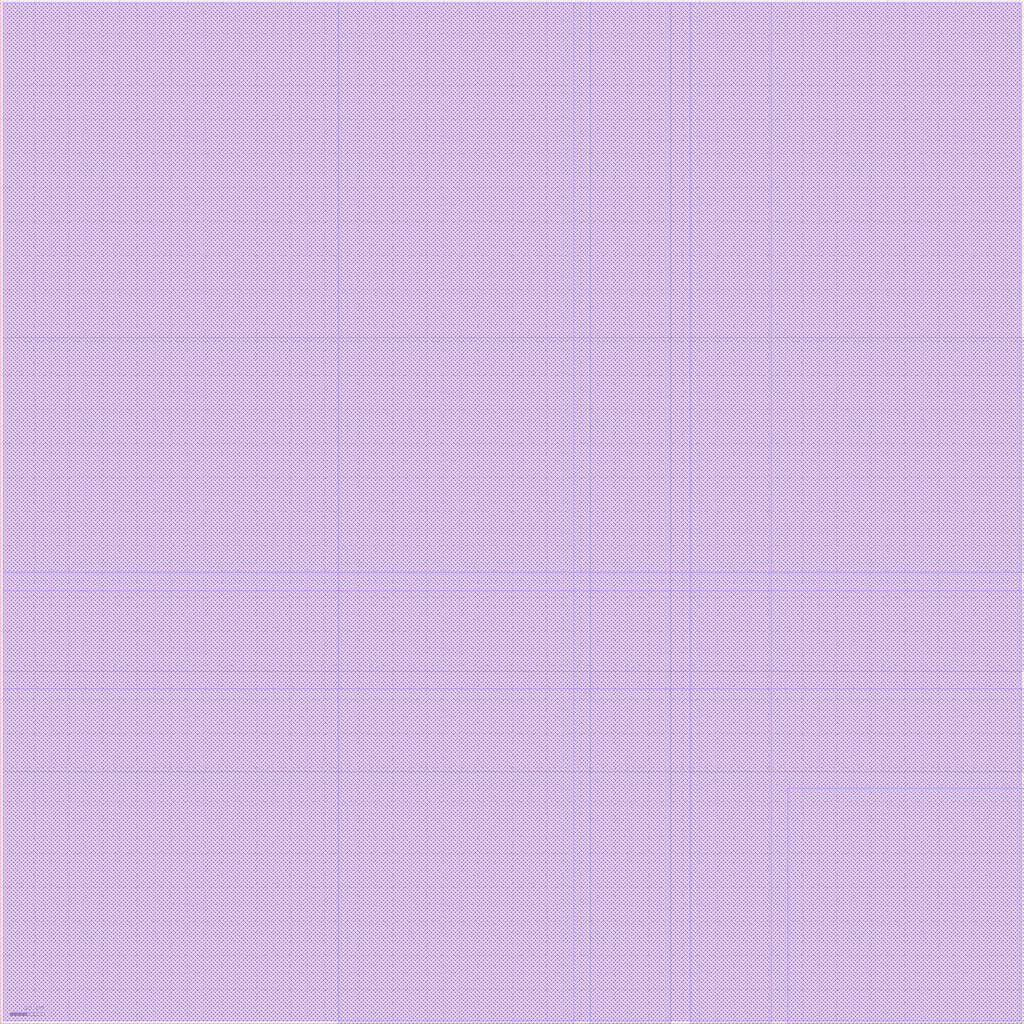
<source format=lef>
# LEF file generated by Abstract Generator version 5.5.10 on Jul 31 17:05:26 2004
#
# Contains LEF for all bins.
# Options:   [x] Antenna
#            [x] Geometry
#            [x] Technology

VERSION 5.4 ;
NAMESCASESENSITIVE ON ;
BUSBITCHARS "[]" ;
DIVIDERCHAR "/" ;
UNITS
  DATABASE MICRONS 1000 ;
END UNITS

USEMINSPACING OBS ON ;
USEMINSPACING PIN OFF ;
CLEARANCEMEASURE EUCLIDEAN ;



MACRO FILL
  CLASS  CORE ;
  FOREIGN FILL 0.000 0.000 ;
  ORIGIN 0.000 0.000 ;
  SIZE 2.400 BY 30.000 ;
  SYMMETRY X Y  ;
  SITE core ;
  PIN gnd
    DIRECTION INOUT ;
    USE GROUND ;
    SHAPE ABUTMENT ;
    PORT
      LAYER metal1 ;
        RECT -0.600 -0.900 3.000 0.900 ;
    END
  END gnd
  PIN vdd
    DIRECTION INOUT ;
    USE POWER ;
    SHAPE ABUTMENT ;
    PORT
      LAYER metal1 ;
        RECT -0.600 29.100 3.000 30.900 ;
    END
  END vdd
END FILL

MACRO AND2X1
  CLASS  CORE ;
  FOREIGN AND2X1 0.000 0.000 ;
  ORIGIN 0.000 0.000 ;
  SIZE 9.600 BY 30.000 ;
  SYMMETRY X Y  ;
  SITE core ;
  PIN A
    DIRECTION INPUT ;
    PORT
      LAYER metal1 ;
        RECT 0.600 9.900 1.800 12.300 ;
    END
  END A
  PIN B
    DIRECTION INPUT ;
    PORT
      LAYER metal1 ;
        RECT 3.900 14.700 5.100 17.100 ;
        RECT 3.000 15.900 5.100 17.100 ;
    END
  END B
  PIN gnd
    DIRECTION INOUT ;
    USE GROUND ;
    SHAPE ABUTMENT ;
    PORT
      LAYER metal1 ;
        RECT 4.500 -0.900 5.700 7.800 ;
        RECT -0.600 -0.900 10.200 0.900 ;
    END
  END gnd
  PIN Y
    DIRECTION OUTPUT ;
    PORT
      LAYER metal1 ;
        RECT 7.800 18.900 9.000 20.100 ;
        RECT 7.800 22.200 9.000 28.200 ;
        RECT 8.100 4.800 9.000 28.200 ;
        RECT 6.900 1.800 8.100 5.700 ;
    END
  END Y
  PIN vdd
    DIRECTION INOUT ;
    USE POWER ;
    SHAPE ABUTMENT ;
    PORT
      LAYER metal1 ;
        RECT 0.600 22.200 1.800 30.900 ;
        RECT -0.600 29.100 10.200 30.900 ;
        RECT 5.400 22.200 6.600 30.900 ;
    END
  END vdd
  OBS 
      LAYER metal1 ;
        RECT 0.600 1.800 1.800 7.800 ;
        RECT 0.900 7.800 3.600 8.700 ;
        RECT 2.700 7.800 3.600 9.900 ;
        RECT 6.000 8.700 7.200 9.900 ;
        RECT 2.700 9.000 7.200 9.900 ;
        RECT 6.000 8.700 6.900 21.300 ;
        RECT 3.300 20.400 6.900 21.300 ;
        RECT 3.300 20.400 4.200 28.200 ;
        RECT 3.000 22.200 4.200 28.200 ;
  END 
END AND2X1

MACRO AND2X2
  CLASS  CORE ;
  FOREIGN AND2X2 0.000 0.000 ;
  ORIGIN 0.000 0.000 ;
  SIZE 9.600 BY 30.000 ;
  SYMMETRY X Y  ;
  SITE core ;
  PIN A
    DIRECTION INPUT ;
    PORT
      LAYER metal1 ;
        RECT 0.600 9.900 1.800 12.300 ;
    END
  END A
  PIN B
    DIRECTION INPUT ;
    PORT
      LAYER metal1 ;
        RECT 3.300 10.800 4.200 14.100 ;
        RECT 3.600 10.500 4.800 11.700 ;
        RECT 3.000 12.900 4.200 14.100 ;
    END
  END B
  PIN gnd
    DIRECTION INOUT ;
    USE GROUND ;
    SHAPE ABUTMENT ;
    PORT
      LAYER metal1 ;
        RECT 4.500 -0.900 5.700 7.500 ;
        RECT -0.600 -0.900 10.200 0.900 ;
    END
  END gnd
  PIN Y
    DIRECTION OUTPUT ;
    PORT
      LAYER metal1 ;
        RECT 7.800 12.900 9.000 14.100 ;
        RECT 7.800 16.200 9.000 28.200 ;
        RECT 8.100 6.300 9.000 28.200 ;
        RECT 6.900 1.800 8.100 7.800 ;
    END
  END Y
  PIN vdd
    DIRECTION INOUT ;
    USE POWER ;
    SHAPE ABUTMENT ;
    PORT
      LAYER metal1 ;
        RECT 0.600 22.200 1.800 30.900 ;
        RECT -0.600 29.100 10.200 30.900 ;
        RECT 5.400 16.800 6.600 30.900 ;
    END
  END vdd
  OBS 
      LAYER metal1 ;
        RECT 0.600 1.800 1.800 7.800 ;
        RECT 0.900 1.800 1.800 9.000 ;
        RECT 0.900 8.100 3.600 9.000 ;
        RECT 2.700 8.700 7.200 9.600 ;
        RECT 6.000 8.700 7.200 9.900 ;
        RECT 6.000 8.700 6.900 15.900 ;
        RECT 3.300 15.000 6.900 15.900 ;
        RECT 3.300 15.000 4.200 28.200 ;
        RECT 3.000 22.200 4.200 28.200 ;
  END 
END AND2X2

MACRO AOI21X1
  CLASS  CORE ;
  FOREIGN AOI21X1 0.000 0.000 ;
  ORIGIN 0.000 0.000 ;
  SIZE 9.600 BY 30.000 ;
  SYMMETRY X Y  ;
  SITE core ;
  PIN A
    DIRECTION INPUT ;
    PORT
      LAYER metal1 ;
        RECT 0.600 12.900 1.800 14.100 ;
        RECT 1.800 13.200 3.000 14.700 ;
    END
  END A
  PIN B
    DIRECTION INPUT ;
    PORT
      LAYER metal1 ;
        RECT 3.000 9.900 4.200 12.300 ;
    END
  END B
  PIN C
    DIRECTION INPUT ;
    PORT
      LAYER metal1 ;
        RECT 7.500 5.700 8.700 6.900 ;
        RECT 7.800 6.900 9.000 8.100 ;
    END
  END C
  PIN gnd
    DIRECTION INOUT ;
    USE GROUND ;
    SHAPE ABUTMENT ;
    PORT
      LAYER metal1 ;
        RECT 1.500 -0.900 2.700 7.800 ;
        RECT -0.600 -0.900 10.200 0.900 ;
        RECT 7.800 -0.900 9.000 4.800 ;
    END
  END gnd
  PIN Y
    DIRECTION OUTPUT ;
    PORT
      LAYER metal1 ;
        RECT 5.400 1.800 6.300 14.100 ;
        RECT 7.800 16.200 9.000 28.200 ;
        RECT 5.400 13.200 9.000 14.100 ;
        RECT 7.800 12.900 9.000 14.100 ;
        RECT 7.800 12.900 8.700 28.200 ;
        RECT 5.400 1.800 6.600 7.800 ;
    END
  END Y
  PIN vdd
    DIRECTION INOUT ;
    USE POWER ;
    SHAPE ABUTMENT ;
    PORT
      LAYER metal1 ;
        RECT 3.000 18.000 4.200 30.900 ;
        RECT -0.600 29.100 10.200 30.900 ;
    END
  END vdd
  OBS 
      LAYER metal1 ;
        RECT 0.600 16.200 6.600 17.100 ;
        RECT 0.600 16.200 1.800 28.200 ;
        RECT 5.400 16.200 6.600 28.200 ;
  END 
END AOI21X1

MACRO AOI22X1
  CLASS  CORE ;
  FOREIGN AOI22X1 0.000 0.000 ;
  ORIGIN 0.000 0.000 ;
  SIZE 12.000 BY 30.000 ;
  SYMMETRY X Y  ;
  SITE core ;
  PIN A
    DIRECTION INPUT ;
    PORT
      LAYER metal1 ;
        RECT 0.600 12.900 1.800 14.100 ;
        RECT 1.800 13.200 3.000 14.700 ;
    END
  END A
  PIN B
    DIRECTION INPUT ;
    PORT
      LAYER metal1 ;
        RECT 3.000 9.900 4.200 12.300 ;
    END
  END B
  PIN C
    DIRECTION INPUT ;
    PORT
      LAYER metal1 ;
        RECT 10.200 12.900 11.400 15.300 ;
    END
  END C
  PIN D
    DIRECTION INPUT ;
    PORT
      LAYER metal1 ;
        RECT 7.800 9.900 8.700 12.900 ;
        RECT 7.800 9.900 9.000 11.100 ;
        RECT 7.500 11.700 8.700 12.900 ;
    END
  END D
  PIN gnd
    DIRECTION INOUT ;
    USE GROUND ;
    SHAPE ABUTMENT ;
    PORT
      LAYER metal1 ;
        RECT 1.200 -0.900 2.400 7.800 ;
        RECT -0.600 -0.900 12.600 0.900 ;
        RECT 10.200 -0.900 11.400 7.800 ;
    END
  END gnd
  PIN Y
    DIRECTION OUTPUT ;
    PORT
      LAYER metal1 ;
        RECT 5.400 12.900 6.600 14.100 ;
        RECT 7.800 16.200 9.000 26.400 ;
        RECT 7.800 14.400 8.700 26.400 ;
        RECT 5.700 14.400 8.700 15.300 ;
        RECT 5.100 1.800 7.500 7.800 ;
        RECT 5.700 1.800 6.600 15.300 ;
    END
  END Y
  PIN vdd
    DIRECTION INOUT ;
    USE POWER ;
    SHAPE ABUTMENT ;
    PORT
      LAYER metal1 ;
        RECT 3.000 18.000 4.200 30.900 ;
        RECT -0.600 29.100 12.600 30.900 ;
    END
  END vdd
  OBS 
      LAYER metal1 ;
        RECT 0.600 16.200 6.600 17.100 ;
        RECT 5.400 16.200 6.600 28.200 ;
        RECT 0.600 16.200 1.800 28.200 ;
        RECT 10.200 16.200 11.400 28.200 ;
        RECT 5.400 27.300 11.400 28.200 ;
  END 
END AOI22X1

MACRO BUFX2
  CLASS  CORE ;
  FOREIGN BUFX2 0.000 0.000 ;
  ORIGIN 0.000 0.000 ;
  SIZE 7.200 BY 30.000 ;
  SYMMETRY X Y  ;
  SITE core ;
  PIN A
    DIRECTION INPUT ;
    PORT
      LAYER metal1 ;
        RECT 0.600 11.700 1.800 14.100 ;
    END
  END A
  PIN gnd
    DIRECTION INOUT ;
    USE GROUND ;
    SHAPE ABUTMENT ;
    PORT
      LAYER metal1 ;
        RECT 3.000 -0.900 4.200 7.800 ;
        RECT -0.600 -0.900 7.800 0.900 ;
    END
  END gnd
  PIN Y
    DIRECTION OUTPUT ;
    PORT
      LAYER metal1 ;
        RECT 5.400 1.800 6.600 12.900 ;
        RECT 5.400 16.200 6.600 28.200 ;
        RECT 5.700 1.800 6.600 28.200 ;
    END
  END Y
  PIN vdd
    DIRECTION INOUT ;
    USE POWER ;
    SHAPE ABUTMENT ;
    PORT
      LAYER metal1 ;
        RECT 3.000 18.000 4.200 30.900 ;
        RECT -0.600 29.100 7.800 30.900 ;
    END
  END vdd
  OBS 
      LAYER metal1 ;
        RECT 0.600 1.800 1.800 9.600 ;
        RECT 0.600 8.700 3.900 9.600 ;
        RECT 3.000 14.100 4.800 15.300 ;
        RECT 3.000 8.700 3.900 17.100 ;
        RECT 0.600 16.200 3.900 17.100 ;
        RECT 0.600 16.200 1.800 28.200 ;
  END 
END BUFX2

MACRO BUFX4
  CLASS  CORE ;
  FOREIGN BUFX4 0.000 0.000 ;
  ORIGIN 0.000 0.000 ;
  SIZE 9.600 BY 30.000 ;
  SYMMETRY X Y  ;
  SITE core ;
  PIN A
    DIRECTION INPUT ;
    PORT
      LAYER metal1 ;
        RECT 0.900 11.700 2.100 14.100 ;
        RECT 0.600 12.900 2.100 14.100 ;
    END
  END A
  PIN gnd
    DIRECTION INOUT ;
    USE GROUND ;
    SHAPE ABUTMENT ;
    PORT
      LAYER metal1 ;
        RECT 3.000 -0.900 4.200 7.800 ;
        RECT -0.600 -0.900 10.200 0.900 ;
        RECT 7.800 -0.900 9.000 7.800 ;
    END
  END gnd
  PIN Y
    DIRECTION OUTPUT ;
    PORT
      LAYER metal1 ;
        RECT 5.400 1.800 6.600 7.800 ;
        RECT 6.000 6.900 6.900 17.700 ;
        RECT 5.400 16.200 6.600 28.200 ;
        RECT 5.400 9.900 6.900 11.100 ;
    END
  END Y
  PIN vdd
    DIRECTION INOUT ;
    USE POWER ;
    SHAPE ABUTMENT ;
    PORT
      LAYER metal1 ;
        RECT 3.000 18.000 4.200 30.900 ;
        RECT -0.600 29.100 10.200 30.900 ;
        RECT 7.800 16.200 9.000 30.900 ;
    END
  END vdd
  OBS 
      LAYER metal1 ;
        RECT 0.600 1.800 1.800 9.600 ;
        RECT 0.600 8.700 4.500 9.600 ;
        RECT 3.600 12.000 5.100 13.200 ;
        RECT 3.600 8.700 4.500 17.100 ;
        RECT 0.600 16.200 4.500 17.100 ;
        RECT 0.600 16.200 1.800 28.200 ;
  END 
END BUFX4

MACRO DFFNEGX1
  CLASS  CORE ;
  FOREIGN DFFNEGX1 0.000 0.000 ;
  ORIGIN 0.000 0.000 ;
  SIZE 28.800 BY 30.000 ;
  SYMMETRY X Y  ;
  SITE core ;
  PIN Q
    DIRECTION OUTPUT ;
    PORT
      LAYER metal1 ;
        RECT 21.900 14.100 23.100 15.300 ;
        RECT 27.000 1.800 28.200 28.200 ;
        RECT 21.900 14.400 28.200 15.300 ;
        RECT 22.500 8.400 28.200 9.300 ;
        RECT 22.500 8.100 23.700 9.300 ;
    END
  END Q
  PIN CLK
    DIRECTION INPUT ;
    PORT
      LAYER metal2 ;
        RECT 7.800 10.200 9.000 20.100 ;
      LAYER via ;
        RECT 8.100 19.200 8.700 19.800 ;
        RECT 8.100 10.500 8.700 11.100 ;
      LAYER metal1 ;
        RECT 7.800 18.900 9.000 20.100 ;
        RECT 1.800 10.200 19.200 11.100 ;
        RECT 18.000 9.900 19.200 11.100 ;
        RECT 7.800 10.200 9.000 11.400 ;
        RECT 6.300 6.900 7.500 8.100 ;
        RECT 6.000 8.100 7.200 11.100 ;
        RECT 1.800 9.900 4.200 11.100 ;
        RECT 8.100 20.100 9.300 21.300 ;
    END
  END CLK
  PIN D
    DIRECTION INPUT ;
    PORT
      LAYER metal1 ;
        RECT 4.200 12.600 5.400 13.800 ;
        RECT 10.200 12.900 11.400 14.100 ;
        RECT 4.200 12.900 11.400 13.800 ;
    END
  END D
  PIN gnd
    DIRECTION INOUT ;
    USE GROUND ;
    SHAPE ABUTMENT ;
    PORT
      LAYER metal1 ;
        RECT 3.000 -0.900 4.200 7.800 ;
        RECT -0.600 -0.900 29.400 0.900 ;
        RECT 24.600 -0.900 25.800 7.500 ;
        RECT 16.200 -0.900 17.400 4.800 ;
        RECT 11.100 -0.900 12.600 4.800 ;
    END
  END gnd
  PIN vdd
    DIRECTION INOUT ;
    USE POWER ;
    SHAPE ABUTMENT ;
    PORT
      LAYER metal1 ;
        RECT 3.000 16.500 4.200 30.900 ;
        RECT -0.600 29.100 29.400 30.900 ;
        RECT 24.600 16.200 25.800 30.900 ;
        RECT 16.200 22.200 17.400 30.900 ;
        RECT 11.400 22.200 12.600 30.900 ;
    END
  END vdd
  OBS 
      LAYER metal2 ;
        RECT 0.600 7.800 1.800 16.200 ;
        RECT 5.400 4.800 6.600 15.000 ;
        RECT 5.400 4.800 6.300 22.200 ;
        RECT 5.400 16.200 6.600 22.200 ;
        RECT 19.800 4.800 21.000 17.100 ;
        RECT 19.800 4.800 20.700 22.200 ;
        RECT 19.800 18.300 21.000 22.200 ;
      LAYER metal1 ;
        RECT 0.600 1.800 1.800 9.000 ;
        RECT 5.400 21.000 6.600 23.100 ;
        RECT 5.400 22.200 8.400 23.100 ;
        RECT 7.200 22.200 8.400 28.200 ;
        RECT 7.200 1.800 8.400 4.800 ;
        RECT 5.400 3.900 8.400 4.800 ;
        RECT 5.400 3.900 6.600 6.000 ;
        RECT 5.400 17.100 13.500 18.000 ;
        RECT 5.400 17.100 6.600 18.300 ;
        RECT 12.300 17.100 13.500 18.300 ;
        RECT 13.800 1.800 15.000 4.800 ;
        RECT 13.800 1.800 14.700 6.600 ;
        RECT 10.500 5.700 14.700 6.600 ;
        RECT 10.500 5.700 11.700 6.900 ;
        RECT 10.500 20.100 11.700 21.300 ;
        RECT 14.700 20.100 15.900 21.300 ;
        RECT 10.500 20.400 15.900 21.300 ;
        RECT 13.800 20.400 14.700 28.200 ;
        RECT 13.800 22.200 15.000 28.200 ;
        RECT 19.800 21.000 21.000 22.200 ;
        RECT 20.100 22.200 21.900 28.200 ;
        RECT 0.600 14.700 7.500 15.600 ;
        RECT 6.300 15.300 17.100 16.200 ;
        RECT 16.200 15.300 17.100 18.300 ;
        RECT 16.200 17.100 21.900 18.000 ;
        RECT 16.200 17.100 17.700 18.300 ;
        RECT 20.700 17.100 21.900 18.300 ;
        RECT 0.600 14.700 1.800 28.200 ;
        RECT 20.100 1.800 21.900 4.800 ;
        RECT 19.800 3.900 21.000 6.000 ;
        RECT 19.800 12.000 21.000 13.200 ;
        RECT 19.800 12.300 25.500 13.200 ;
        RECT 24.300 12.300 25.500 13.500 ;
      LAYER via ;
        RECT 0.900 15.300 1.500 15.900 ;
        RECT 0.900 8.100 1.500 8.700 ;
        RECT 5.700 21.300 6.300 21.900 ;
        RECT 5.700 17.400 6.300 18.000 ;
        RECT 5.700 5.100 6.300 5.700 ;
        RECT 20.100 21.300 20.700 21.900 ;
        RECT 20.100 12.300 20.700 12.900 ;
        RECT 20.100 5.100 20.700 5.700 ;
  END 
END DFFNEGX1

MACRO NOR3X1
  CLASS  CORE ;
  FOREIGN NOR3X1 0.000 0.000 ;
  ORIGIN 0.000 0.000 ;
  SIZE 19.200 BY 30.000 ;
  SYMMETRY X Y  ;
  SITE core ;
  PIN A
    DIRECTION INPUT ;
    PORT
      LAYER metal1 ;
        RECT 3.000 6.900 5.700 8.100 ;
    END
  END A
  PIN B
    DIRECTION INPUT ;
    PORT
      LAYER metal1 ;
        RECT 5.400 9.900 7.800 11.100 ;
    END
  END B
  PIN C
    DIRECTION INPUT ;
    PORT
      LAYER metal1 ;
        RECT 7.800 12.900 10.200 14.100 ;
    END
  END C
  PIN gnd
    DIRECTION INOUT ;
    USE GROUND ;
    SHAPE ABUTMENT ;
    PORT
      LAYER metal1 ;
        RECT 3.000 -0.900 4.200 4.800 ;
        RECT -0.600 -0.900 19.800 0.900 ;
        RECT 7.800 -0.900 9.000 4.200 ;
    END
  END gnd
  PIN Y
    DIRECTION OUTPUT ;
    PORT
      LAYER metal1 ;
        RECT 5.400 1.800 6.600 4.800 ;
        RECT 15.000 18.000 16.200 26.400 ;
        RECT 15.000 15.900 16.200 17.100 ;
        RECT 15.000 15.900 15.900 26.400 ;
        RECT 11.100 15.900 16.200 16.800 ;
        RECT 11.100 4.800 12.000 16.800 ;
        RECT 10.200 1.800 11.400 6.000 ;
        RECT 6.000 5.100 12.000 6.000 ;
        RECT 6.000 3.900 6.900 6.000 ;
    END
  END Y
  PIN vdd
    DIRECTION INOUT ;
    USE POWER ;
    SHAPE ABUTMENT ;
    PORT
      LAYER metal1 ;
        RECT 3.000 19.200 4.200 30.900 ;
        RECT -0.600 29.100 19.800 30.900 ;
    END
  END vdd
  OBS 
      LAYER metal1 ;
        RECT 0.900 17.400 6.300 18.300 ;
        RECT 5.400 17.400 6.300 28.200 ;
        RECT 5.400 19.200 6.600 28.200 ;
        RECT 0.900 17.400 1.800 28.200 ;
        RECT 0.600 19.200 1.800 28.200 ;
        RECT 10.200 19.500 11.400 28.200 ;
        RECT 5.400 27.300 11.400 28.200 ;
        RECT 8.100 17.700 13.500 18.600 ;
        RECT 8.100 17.700 9.000 26.400 ;
        RECT 7.800 19.200 9.000 26.400 ;
        RECT 12.600 18.000 13.800 27.000 ;
        RECT 17.400 18.000 18.600 27.000 ;
        RECT 12.900 18.000 13.800 28.200 ;
        RECT 17.400 18.000 18.300 28.200 ;
        RECT 12.900 27.300 18.300 28.200 ;
  END 
END NOR3X1

MACRO DFFPOSX1
  CLASS  CORE ;
  FOREIGN DFFPOSX1 0.000 0.000 ;
  ORIGIN 0.000 0.000 ;
  SIZE 28.800 BY 30.000 ;
  SYMMETRY X Y  ;
  SITE core ;
  PIN Q
    DIRECTION OUTPUT ;
    PORT
      LAYER metal1 ;
        RECT 21.900 14.100 23.100 15.300 ;
        RECT 27.000 1.800 28.200 28.200 ;
        RECT 21.900 14.400 28.200 15.300 ;
        RECT 22.500 8.400 28.200 9.300 ;
        RECT 22.500 8.100 23.700 9.300 ;
    END
  END Q
  PIN CLK
    DIRECTION INPUT ;
    PORT
      LAYER metal1 ;
        RECT 1.800 9.900 4.200 11.100 ;
        RECT 20.100 18.300 22.200 19.500 ;
        RECT 20.100 15.900 21.000 19.500 ;
        RECT 17.400 15.900 21.000 16.800 ;
        RECT 17.400 10.200 18.300 16.800 ;
        RECT 16.500 9.900 17.700 11.100 ;
        RECT 1.800 10.200 18.300 11.100 ;
        RECT 8.100 5.700 9.000 11.100 ;
        RECT 7.800 5.700 9.000 6.900 ;
        RECT 6.300 10.200 7.500 11.400 ;
    END
  END CLK
  PIN D
    DIRECTION INPUT ;
    PORT
      LAYER metal1 ;
        RECT 3.900 12.600 5.100 13.800 ;
        RECT 10.200 12.900 11.400 14.100 ;
        RECT 3.900 12.900 11.400 13.800 ;
    END
  END D
  PIN gnd
    DIRECTION INOUT ;
    USE GROUND ;
    SHAPE ABUTMENT ;
    PORT
      LAYER metal1 ;
        RECT 3.000 -0.900 4.200 7.800 ;
        RECT -0.600 -0.900 29.400 0.900 ;
        RECT 24.600 -0.900 25.800 7.500 ;
        RECT 16.200 -0.900 17.400 4.800 ;
        RECT 11.100 -0.900 12.600 4.800 ;
    END
  END gnd
  PIN vdd
    DIRECTION INOUT ;
    USE POWER ;
    SHAPE ABUTMENT ;
    PORT
      LAYER metal1 ;
        RECT 3.000 16.500 4.200 30.900 ;
        RECT -0.600 29.100 29.400 30.900 ;
        RECT 24.600 16.200 25.800 30.900 ;
        RECT 16.200 22.200 17.400 30.900 ;
        RECT 11.400 22.200 12.600 30.900 ;
    END
  END vdd
  OBS 
      LAYER metal2 ;
        RECT 0.600 7.800 1.800 16.200 ;
        RECT 5.400 4.800 6.600 22.200 ;
        RECT 19.800 4.800 21.000 22.200 ;
      LAYER metal1 ;
        RECT 0.600 1.800 1.800 9.000 ;
        RECT 5.400 21.000 6.600 23.100 ;
        RECT 5.400 22.200 8.400 23.100 ;
        RECT 7.200 22.200 8.400 28.200 ;
        RECT 7.200 1.800 8.400 4.800 ;
        RECT 5.400 3.900 8.400 4.800 ;
        RECT 5.400 3.900 6.600 6.000 ;
        RECT 5.400 17.100 13.500 18.000 ;
        RECT 5.400 17.100 6.600 18.300 ;
        RECT 12.300 17.100 13.500 18.300 ;
        RECT 13.800 1.800 15.000 4.800 ;
        RECT 13.800 1.800 14.700 6.600 ;
        RECT 10.500 5.700 14.700 6.600 ;
        RECT 10.500 5.700 11.700 6.900 ;
        RECT 10.500 20.100 11.700 21.300 ;
        RECT 14.700 20.100 15.900 21.300 ;
        RECT 10.500 20.400 15.900 21.300 ;
        RECT 13.800 20.400 14.700 28.200 ;
        RECT 13.800 22.200 15.000 28.200 ;
        RECT 0.600 15.000 9.300 15.600 ;
        RECT 0.600 14.700 9.000 15.600 ;
        RECT 8.100 15.300 15.300 16.200 ;
        RECT 14.400 15.300 15.300 18.900 ;
        RECT 16.500 17.700 17.700 18.900 ;
        RECT 14.400 18.000 17.700 18.900 ;
        RECT 0.600 14.700 1.800 28.200 ;
        RECT 19.800 21.000 21.000 22.200 ;
        RECT 20.100 22.200 21.900 28.200 ;
        RECT 20.100 1.800 21.900 4.800 ;
        RECT 19.800 3.900 21.000 6.000 ;
        RECT 19.800 12.000 21.000 13.200 ;
        RECT 19.800 12.300 25.500 13.200 ;
        RECT 24.300 12.300 25.500 13.500 ;
      LAYER via ;
        RECT 0.900 15.300 1.500 15.900 ;
        RECT 0.900 8.100 1.500 8.700 ;
        RECT 5.700 21.300 6.300 21.900 ;
        RECT 5.700 17.400 6.300 18.000 ;
        RECT 5.700 5.100 6.300 5.700 ;
        RECT 20.100 21.300 20.700 21.900 ;
        RECT 20.100 12.300 20.700 12.900 ;
        RECT 20.100 5.100 20.700 5.700 ;
  END 
END DFFPOSX1

MACRO FAX1
  CLASS  CORE ;
  FOREIGN FAX1 0.000 0.000 ;
  ORIGIN 0.000 0.000 ;
  SIZE 36.000 BY 30.000 ;
  SYMMETRY X Y  ;
  SITE core ;
  PIN YC
    DIRECTION OUTPUT ;
    PORT
      LAYER metal1 ;
        RECT 34.200 1.800 35.400 4.800 ;
        RECT 34.200 22.200 35.400 28.200 ;
        RECT 34.500 1.800 35.400 28.200 ;
        RECT 34.200 9.900 35.400 11.100 ;
    END
  END YC
  PIN YS
    DIRECTION OUTPUT ;
    PORT
      LAYER metal1 ;
        RECT 29.400 1.800 30.600 4.800 ;
        RECT 31.200 6.900 33.000 8.100 ;
        RECT 29.100 13.800 32.100 14.700 ;
        RECT 31.200 5.700 32.100 14.700 ;
        RECT 29.700 5.700 32.100 6.600 ;
        RECT 29.400 22.200 30.600 28.200 ;
        RECT 29.700 1.800 30.600 6.600 ;
        RECT 29.100 13.800 30.000 23.100 ;
    END
  END YS
  PIN A
    DIRECTION INPUT ;
    PORT
      LAYER metal1 ;
        RECT 0.900 9.000 3.000 9.900 ;
        RECT 26.700 10.200 27.900 11.400 ;
        RECT 26.700 8.400 27.600 11.400 ;
        RECT 11.100 8.400 27.600 9.300 ;
        RECT 0.900 9.000 12.300 9.600 ;
        RECT 1.800 8.700 27.600 9.300 ;
        RECT 0.600 9.900 1.800 11.100 ;
    END
  END A
  PIN B
    DIRECTION INPUT ;
    PORT
      LAYER metal1 ;
        RECT 3.300 10.800 4.200 14.100 ;
        RECT 24.000 10.200 25.200 11.400 ;
        RECT 14.100 10.200 25.200 11.100 ;
        RECT 3.300 10.800 15.300 11.400 ;
        RECT 4.200 10.500 25.200 11.100 ;
        RECT 8.700 10.500 9.900 11.700 ;
        RECT 3.300 10.800 5.400 11.700 ;
        RECT 3.000 12.900 4.200 14.100 ;
    END
  END B
  PIN C
    DIRECTION INPUT ;
    PORT
      LAYER metal1 ;
        RECT 5.400 12.900 7.800 14.100 ;
        RECT 21.600 12.000 22.800 13.200 ;
        RECT 15.600 12.300 22.800 13.200 ;
        RECT 5.400 12.900 17.700 13.500 ;
        RECT 5.400 12.900 16.500 13.800 ;
    END
  END C
  PIN gnd
    DIRECTION INOUT ;
    USE GROUND ;
    SHAPE ABUTMENT ;
    PORT
      LAYER metal1 ;
        RECT 3.000 -0.900 4.200 6.000 ;
        RECT -0.600 -0.900 36.600 0.900 ;
        RECT 31.800 -0.900 33.000 4.800 ;
        RECT 27.000 -0.900 28.200 7.500 ;
        RECT 16.500 -0.900 17.700 5.700 ;
        RECT 11.700 -0.900 12.900 7.200 ;
    END
  END gnd
  PIN vdd
    DIRECTION INOUT ;
    USE POWER ;
    SHAPE ABUTMENT ;
    PORT
      LAYER metal1 ;
        RECT 3.000 18.000 4.200 30.900 ;
        RECT -0.600 29.100 36.600 30.900 ;
        RECT 31.800 22.200 33.000 30.900 ;
        RECT 27.000 13.800 28.200 30.900 ;
        RECT 16.500 19.200 17.700 30.900 ;
        RECT 11.700 16.200 12.900 30.900 ;
    END
  END vdd
  OBS 
      LAYER metal2 ;
        RECT 21.600 6.300 22.800 7.500 ;
        RECT 21.900 11.700 30.300 12.600 ;
        RECT 29.100 11.700 30.300 12.900 ;
        RECT 21.900 6.300 22.800 15.300 ;
        RECT 21.600 14.100 22.800 15.300 ;
        RECT 7.800 6.600 9.000 7.800 ;
        RECT 18.000 14.400 19.200 17.100 ;
        RECT 31.200 15.900 32.400 17.100 ;
        RECT 7.800 16.200 32.400 17.100 ;
        RECT 8.100 6.600 9.000 17.400 ;
        RECT 7.800 16.200 9.000 17.400 ;
      LAYER metal1 ;
        RECT 0.600 16.200 6.600 17.100 ;
        RECT 0.600 16.200 1.800 28.200 ;
        RECT 5.400 16.200 6.600 28.200 ;
        RECT 0.600 1.800 1.800 7.800 ;
        RECT 5.400 1.800 6.600 7.800 ;
        RECT 0.600 6.900 6.600 7.800 ;
        RECT 7.800 16.200 9.000 28.200 ;
        RECT 7.800 1.800 9.000 7.800 ;
        RECT 14.100 17.400 20.100 18.300 ;
        RECT 14.100 16.200 15.300 28.200 ;
        RECT 18.900 17.400 20.100 28.200 ;
        RECT 14.100 1.800 15.300 7.500 ;
        RECT 18.900 1.800 20.100 7.500 ;
        RECT 14.100 6.600 20.100 7.500 ;
        RECT 19.200 14.100 20.400 15.300 ;
        RECT 18.000 14.400 19.200 15.600 ;
        RECT 21.600 14.100 22.800 28.200 ;
        RECT 21.300 15.300 22.800 28.200 ;
        RECT 21.300 1.800 22.800 6.300 ;
        RECT 21.600 1.800 22.800 7.500 ;
        RECT 29.100 10.500 30.300 12.900 ;
        RECT 31.200 15.900 33.600 17.100 ;
      LAYER via ;
        RECT 8.100 16.500 8.700 17.100 ;
        RECT 8.100 6.900 8.700 7.500 ;
        RECT 18.300 14.700 18.900 15.300 ;
        RECT 21.900 14.400 22.500 15.000 ;
        RECT 21.900 6.600 22.500 7.200 ;
        RECT 29.400 12.000 30.000 12.600 ;
        RECT 31.500 16.200 32.100 16.800 ;
  END 
END FAX1

MACRO HAX1
  CLASS  CORE ;
  FOREIGN HAX1 0.000 0.000 ;
  ORIGIN 0.000 0.000 ;
  SIZE 24.000 BY 30.000 ;
  SYMMETRY X Y  ;
  SITE core ;
  PIN YC
    DIRECTION OUTPUT ;
    PORT
      LAYER metal2 ;
        RECT 6.900 4.800 9.000 6.000 ;
        RECT 7.800 12.600 9.000 13.800 ;
        RECT 8.100 4.800 9.000 13.800 ;
      LAYER via ;
        RECT 7.200 5.100 7.800 5.700 ;
        RECT 8.100 12.900 8.700 13.500 ;
      LAYER metal1 ;
        RECT 6.900 1.800 8.100 6.000 ;
        RECT 7.800 12.600 9.000 28.200 ;
    END
  END YC
  PIN YS
    DIRECTION OUTPUT ;
    PORT
      LAYER metal1 ;
        RECT 19.800 15.900 21.000 17.100 ;
        RECT 21.300 22.200 22.500 28.200 ;
        RECT 21.600 20.400 22.500 28.200 ;
        RECT 20.100 6.000 22.500 6.900 ;
        RECT 21.600 1.800 22.500 6.900 ;
        RECT 20.100 20.400 22.500 21.300 ;
        RECT 21.300 1.800 22.500 4.800 ;
        RECT 20.100 6.000 21.000 21.300 ;
    END
  END YS
  PIN A
    DIRECTION INPUT ;
    PORT
      LAYER metal1 ;
        RECT 0.600 9.000 1.800 11.100 ;
        RECT 15.000 9.900 16.200 11.100 ;
        RECT 12.600 9.900 16.200 10.800 ;
        RECT 0.600 9.000 13.500 9.900 ;
        RECT 1.200 8.700 2.400 9.900 ;
    END
  END A
  PIN B
    DIRECTION INPUT ;
    PORT
      LAYER metal1 ;
        RECT 3.300 12.000 4.500 12.900 ;
        RECT 12.600 11.700 13.800 12.900 ;
        RECT 10.800 11.700 13.800 12.600 ;
        RECT 3.600 10.800 11.700 11.700 ;
        RECT 3.600 10.800 4.800 12.000 ;
        RECT 3.000 12.900 4.200 14.100 ;
    END
  END B
  PIN gnd
    DIRECTION INOUT ;
    USE GROUND ;
    SHAPE ABUTMENT ;
    PORT
      LAYER metal1 ;
        RECT 0.600 -0.900 1.800 7.800 ;
        RECT -0.600 -0.900 24.600 0.900 ;
        RECT 18.900 -0.900 20.100 4.800 ;
        RECT 9.300 -0.900 10.500 7.500 ;
    END
  END gnd
  PIN vdd
    DIRECTION INOUT ;
    USE POWER ;
    SHAPE ABUTMENT ;
    PORT
      LAYER metal1 ;
        RECT 3.000 22.800 4.200 30.900 ;
        RECT -0.600 29.100 24.600 30.900 ;
        RECT 18.900 22.200 20.100 30.900 ;
        RECT 16.500 16.200 17.700 30.900 ;
        RECT 10.200 22.200 11.400 30.900 ;
    END
  END vdd
  OBS 
      LAYER metal2 ;
        RECT 5.700 6.900 6.900 8.100 ;
        RECT 5.700 6.900 6.600 13.800 ;
        RECT 5.700 12.600 6.900 13.800 ;
      LAYER metal1 ;
        RECT 5.700 12.600 6.900 13.800 ;
        RECT 0.900 21.000 6.600 21.900 ;
        RECT 0.900 21.000 1.800 28.200 ;
        RECT 0.600 22.200 1.800 28.200 ;
        RECT 5.700 12.600 6.600 28.200 ;
        RECT 5.400 21.000 6.600 28.200 ;
        RECT 4.500 1.800 5.700 7.800 ;
        RECT 5.700 6.900 8.400 8.100 ;
        RECT 11.700 1.800 17.700 2.700 ;
        RECT 16.500 1.800 17.700 7.200 ;
        RECT 11.700 1.800 12.900 7.800 ;
        RECT 14.100 3.600 15.300 7.800 ;
        RECT 14.400 3.600 15.300 9.000 ;
        RECT 14.400 8.100 18.900 9.000 ;
        RECT 17.100 8.100 18.900 9.300 ;
        RECT 17.100 8.100 18.000 15.300 ;
        RECT 12.900 14.400 18.000 15.300 ;
        RECT 12.900 14.400 13.800 28.200 ;
        RECT 12.600 16.200 13.800 28.200 ;
      LAYER via ;
        RECT 6.000 12.900 6.600 13.500 ;
        RECT 6.000 7.200 6.600 7.800 ;
  END 
END HAX1

MACRO INVX1
  CLASS  CORE ;
  FOREIGN INVX1 0.000 0.000 ;
  ORIGIN 0.000 0.000 ;
  SIZE 4.800 BY 30.000 ;
  SYMMETRY X Y  ;
  SITE core ;
  PIN A
    DIRECTION INPUT ;
    PORT
      LAYER metal1 ;
        RECT 0.600 5.700 1.800 8.100 ;
    END
  END A
  PIN gnd
    DIRECTION INOUT ;
    USE GROUND ;
    SHAPE ABUTMENT ;
    PORT
      LAYER metal1 ;
        RECT 0.600 -0.900 1.800 4.800 ;
        RECT -0.600 -0.900 5.400 0.900 ;
    END
  END gnd
  PIN Y
    DIRECTION OUTPUT ;
    PORT
      LAYER metal1 ;
        RECT 3.000 1.800 4.200 28.200 ;
    END
  END Y
  PIN vdd
    DIRECTION INOUT ;
    USE POWER ;
    SHAPE ABUTMENT ;
    PORT
      LAYER metal1 ;
        RECT 0.600 22.200 1.800 30.900 ;
        RECT -0.600 29.100 5.400 30.900 ;
    END
  END vdd
END INVX1

MACRO INVX2
  CLASS  CORE ;
  FOREIGN INVX2 0.000 0.000 ;
  ORIGIN 0.000 0.000 ;
  SIZE 4.800 BY 30.000 ;
  SYMMETRY X Y  ;
  SITE core ;
  PIN A
    DIRECTION INPUT ;
    PORT
      LAYER metal1 ;
        RECT 0.600 8.700 1.800 11.100 ;
    END
  END A
  PIN gnd
    DIRECTION INOUT ;
    USE GROUND ;
    SHAPE ABUTMENT ;
    PORT
      LAYER metal1 ;
        RECT 0.600 -0.900 1.800 7.800 ;
        RECT -0.600 -0.900 5.400 0.900 ;
    END
  END gnd
  PIN Y
    DIRECTION OUTPUT ;
    PORT
      LAYER metal1 ;
        RECT 3.000 1.800 4.200 28.200 ;
    END
  END Y
  PIN vdd
    DIRECTION INOUT ;
    USE POWER ;
    SHAPE ABUTMENT ;
    PORT
      LAYER metal1 ;
        RECT 0.600 16.200 1.800 30.900 ;
        RECT -0.600 29.100 5.400 30.900 ;
    END
  END vdd
END INVX2

MACRO INVX4
  CLASS  CORE ;
  FOREIGN INVX4 0.000 0.000 ;
  ORIGIN 0.000 0.000 ;
  SIZE 7.200 BY 30.000 ;
  SYMMETRY X Y  ;
  SITE core ;
  PIN A
    DIRECTION INPUT ;
    PORT
      LAYER metal1 ;
        RECT 0.600 8.700 1.800 11.100 ;
    END
  END A
  PIN gnd
    DIRECTION INOUT ;
    USE GROUND ;
    SHAPE ABUTMENT ;
    PORT
      LAYER metal1 ;
        RECT 0.600 -0.900 1.800 7.800 ;
        RECT -0.600 -0.900 7.800 0.900 ;
        RECT 5.400 -0.900 6.600 7.800 ;
    END
  END gnd
  PIN Y
    DIRECTION OUTPUT ;
    PORT
      LAYER metal1 ;
        RECT 3.000 1.800 4.200 28.200 ;
    END
  END Y
  PIN vdd
    DIRECTION INOUT ;
    USE POWER ;
    SHAPE ABUTMENT ;
    PORT
      LAYER metal1 ;
        RECT 0.600 16.200 1.800 30.900 ;
        RECT -0.600 29.100 7.800 30.900 ;
        RECT 5.400 16.200 6.600 30.900 ;
    END
  END vdd
END INVX4

MACRO INVX8
  CLASS  CORE ;
  FOREIGN INVX8 0.000 0.000 ;
  ORIGIN 0.000 0.000 ;
  SIZE 12.000 BY 30.000 ;
  SYMMETRY X Y  ;
  SITE core ;
  PIN A
    DIRECTION INPUT ;
    PORT
      LAYER metal1 ;
        RECT 0.600 8.700 1.800 11.100 ;
    END
  END A
  PIN gnd
    DIRECTION INOUT ;
    USE GROUND ;
    SHAPE ABUTMENT ;
    PORT
      LAYER metal1 ;
        RECT 0.600 -0.900 1.800 7.800 ;
        RECT -0.600 -0.900 12.600 0.900 ;
        RECT 10.200 -0.900 11.400 7.800 ;
        RECT 5.400 -0.900 6.600 7.800 ;
    END
  END gnd
  PIN Y
    DIRECTION OUTPUT ;
    PORT
      LAYER metal1 ;
        RECT 3.000 1.800 4.200 9.900 ;
        RECT 7.800 1.800 9.000 28.200 ;
        RECT 3.000 14.100 9.000 15.300 ;
        RECT 3.000 8.700 9.000 9.900 ;
        RECT 3.000 14.100 4.200 28.200 ;
    END
  END Y
  PIN vdd
    DIRECTION INOUT ;
    USE POWER ;
    SHAPE ABUTMENT ;
    PORT
      LAYER metal1 ;
        RECT 0.600 16.200 1.800 30.900 ;
        RECT -0.600 29.100 12.600 30.900 ;
        RECT 10.200 16.200 11.400 30.900 ;
        RECT 5.400 16.200 6.600 30.900 ;
    END
  END vdd
END INVX8

MACRO NAND2X1
  CLASS  CORE ;
  FOREIGN NAND2X1 0.000 0.000 ;
  ORIGIN 0.000 0.000 ;
  SIZE 7.200 BY 30.000 ;
  SYMMETRY X Y  ;
  SITE core ;
  PIN A
    DIRECTION INPUT ;
    PORT
      LAYER metal1 ;
        RECT 0.600 8.700 1.800 11.100 ;
    END
  END A
  PIN B
    DIRECTION INPUT ;
    PORT
      LAYER metal1 ;
        RECT 5.400 15.900 6.600 18.300 ;
    END
  END B
  PIN gnd
    DIRECTION INOUT ;
    USE GROUND ;
    SHAPE ABUTMENT ;
    PORT
      LAYER metal1 ;
        RECT 0.600 -0.900 1.800 7.800 ;
        RECT -0.600 -0.900 7.800 0.900 ;
    END
  END gnd
  PIN Y
    DIRECTION OUTPUT ;
    PORT
      LAYER metal1 ;
        RECT 3.000 6.900 4.200 28.200 ;
        RECT 3.000 6.900 5.700 7.800 ;
        RECT 4.500 1.800 5.700 7.800 ;
    END
  END Y
  PIN vdd
    DIRECTION INOUT ;
    USE POWER ;
    SHAPE ABUTMENT ;
    PORT
      LAYER metal1 ;
        RECT 0.600 22.200 1.800 30.900 ;
        RECT -0.600 29.100 7.800 30.900 ;
        RECT 5.400 22.200 6.600 30.900 ;
    END
  END vdd
END NAND2X1

MACRO NAND3X1
  CLASS  CORE ;
  FOREIGN NAND3X1 0.000 0.000 ;
  ORIGIN 0.000 0.000 ;
  SIZE 9.600 BY 30.000 ;
  SYMMETRY X Y  ;
  SITE core ;
  PIN A
    DIRECTION INPUT ;
    PORT
      LAYER metal1 ;
        RECT 0.600 14.700 1.800 17.100 ;
    END
  END A
  PIN B
    DIRECTION INPUT ;
    PORT
      LAYER metal1 ;
        RECT 3.000 12.900 5.400 14.100 ;
    END
  END B
  PIN C
    DIRECTION INPUT ;
    PORT
      LAYER metal1 ;
        RECT 5.400 17.700 6.600 20.100 ;
    END
  END C
  PIN gnd
    DIRECTION INOUT ;
    USE GROUND ;
    SHAPE ABUTMENT ;
    PORT
      LAYER metal1 ;
        RECT 0.600 -0.900 1.800 10.800 ;
        RECT -0.600 -0.900 10.200 0.900 ;
    END
  END gnd
  PIN Y
    DIRECTION OUTPUT ;
    PORT
      LAYER metal1 ;
        RECT 3.300 21.000 4.200 28.200 ;
        RECT 7.800 22.200 9.000 28.200 ;
        RECT 7.800 15.900 9.000 17.100 ;
        RECT 7.800 10.200 8.700 28.200 ;
        RECT 3.300 21.000 8.700 21.900 ;
        RECT 6.300 10.200 8.700 11.100 ;
        RECT 6.000 1.800 7.200 10.800 ;
        RECT 3.000 22.200 4.200 28.200 ;
    END
  END Y
  PIN vdd
    DIRECTION INOUT ;
    USE POWER ;
    SHAPE ABUTMENT ;
    PORT
      LAYER metal1 ;
        RECT 0.600 22.200 1.800 30.900 ;
        RECT -0.600 29.100 10.200 30.900 ;
        RECT 5.400 22.800 6.600 30.900 ;
    END
  END vdd
END NAND3X1

MACRO NOR2X1
  CLASS  CORE ;
  FOREIGN NOR2X1 0.000 0.000 ;
  ORIGIN 0.000 0.000 ;
  SIZE 7.200 BY 30.000 ;
  SYMMETRY X Y  ;
  SITE core ;
  PIN A
    DIRECTION INPUT ;
    PORT
      LAYER metal1 ;
        RECT 0.600 5.700 1.800 8.100 ;
    END
  END A
  PIN B
    DIRECTION INPUT ;
    PORT
      LAYER metal1 ;
        RECT 5.400 12.900 6.600 15.300 ;
    END
  END B
  PIN gnd
    DIRECTION INOUT ;
    USE GROUND ;
    SHAPE ABUTMENT ;
    PORT
      LAYER metal1 ;
        RECT 0.600 -0.900 1.800 4.800 ;
        RECT -0.600 -0.900 7.800 0.900 ;
        RECT 5.400 -0.900 6.600 4.800 ;
    END
  END gnd
  PIN Y
    DIRECTION OUTPUT ;
    PORT
      LAYER metal1 ;
        RECT 3.000 1.800 4.200 4.800 ;
        RECT 4.500 16.200 5.700 28.200 ;
        RECT 3.000 16.200 5.700 17.400 ;
        RECT 3.300 1.800 4.200 17.400 ;
        RECT 3.000 9.900 4.200 11.100 ;
    END
  END Y
  PIN vdd
    DIRECTION INOUT ;
    USE POWER ;
    SHAPE ABUTMENT ;
    PORT
      LAYER metal1 ;
        RECT 0.600 16.200 1.800 30.900 ;
        RECT -0.600 29.100 7.800 30.900 ;
    END
  END vdd
END NOR2X1

MACRO OAI21X1
  CLASS  CORE ;
  FOREIGN OAI21X1 0.000 0.000 ;
  ORIGIN 0.000 0.000 ;
  SIZE 9.600 BY 30.000 ;
  SYMMETRY X Y  ;
  SITE core ;
  PIN A
    DIRECTION INPUT ;
    PORT
      LAYER metal1 ;
        RECT 0.600 9.900 1.800 11.100 ;
        RECT 1.800 9.300 3.000 10.800 ;
    END
  END A
  PIN B
    DIRECTION INPUT ;
    PORT
      LAYER metal1 ;
        RECT 3.000 11.700 4.200 14.100 ;
    END
  END B
  PIN C
    DIRECTION INPUT ;
    PORT
      LAYER metal1 ;
        RECT 6.900 16.200 7.800 20.100 ;
        RECT 7.800 15.900 9.000 17.100 ;
        RECT 6.600 18.900 7.800 20.100 ;
    END
  END C
  PIN gnd
    DIRECTION INOUT ;
    USE GROUND ;
    SHAPE ABUTMENT ;
    PORT
      LAYER metal1 ;
        RECT 3.000 -0.900 4.200 6.600 ;
        RECT -0.600 -0.900 10.200 0.900 ;
    END
  END gnd
  PIN Y
    DIRECTION OUTPUT ;
    PORT
      LAYER metal1 ;
        RECT 4.500 16.200 5.700 28.200 ;
        RECT 5.100 9.900 9.000 11.100 ;
        RECT 7.800 1.800 9.000 7.800 ;
        RECT 7.800 1.800 8.700 11.100 ;
        RECT 5.100 9.900 6.000 17.100 ;
    END
  END Y
  PIN vdd
    DIRECTION INOUT ;
    USE POWER ;
    SHAPE ABUTMENT ;
    PORT
      LAYER metal1 ;
        RECT 0.600 16.200 1.800 30.900 ;
        RECT -0.600 29.100 10.200 30.900 ;
        RECT 6.900 22.200 8.100 30.900 ;
    END
  END vdd
  OBS 
      LAYER metal1 ;
        RECT 0.600 1.800 1.800 7.800 ;
        RECT 5.400 1.800 6.600 7.800 ;
        RECT 0.900 7.500 6.300 8.400 ;
  END 
END OAI21X1

MACRO OAI22X1
  CLASS  CORE ;
  FOREIGN OAI22X1 0.000 0.000 ;
  ORIGIN 0.000 0.000 ;
  SIZE 12.000 BY 30.000 ;
  SYMMETRY X Y  ;
  SITE core ;
  PIN A
    DIRECTION INPUT ;
    PORT
      LAYER metal1 ;
        RECT 0.600 9.900 1.800 11.100 ;
        RECT 1.800 9.300 3.000 10.800 ;
    END
  END A
  PIN B
    DIRECTION INPUT ;
    PORT
      LAYER metal1 ;
        RECT 3.000 11.700 4.200 14.100 ;
    END
  END B
  PIN C
    DIRECTION INPUT ;
    PORT
      LAYER metal1 ;
        RECT 10.200 9.900 11.400 12.300 ;
    END
  END C
  PIN D
    DIRECTION INPUT ;
    PORT
      LAYER metal1 ;
        RECT 7.800 11.700 9.000 14.100 ;
    END
  END D
  PIN gnd
    DIRECTION INOUT ;
    USE GROUND ;
    SHAPE ABUTMENT ;
    PORT
      LAYER metal1 ;
        RECT 3.000 -0.900 4.200 6.600 ;
        RECT -0.600 -0.900 12.600 0.900 ;
    END
  END gnd
  PIN Y
    DIRECTION OUTPUT ;
    PORT
      LAYER metal1 ;
        RECT 5.400 9.900 6.300 28.200 ;
        RECT 5.400 9.900 9.000 10.800 ;
        RECT 8.100 3.600 9.000 10.800 ;
        RECT 7.800 3.600 9.000 7.800 ;
        RECT 4.500 16.200 7.500 28.200 ;
        RECT 5.400 9.900 6.600 11.100 ;
    END
  END Y
  PIN vdd
    DIRECTION INOUT ;
    USE POWER ;
    SHAPE ABUTMENT ;
    PORT
      LAYER metal1 ;
        RECT 0.600 16.200 1.800 30.900 ;
        RECT -0.600 29.100 12.600 30.900 ;
        RECT 10.200 16.200 11.400 30.900 ;
    END
  END vdd
  OBS 
      LAYER metal1 ;
        RECT 5.400 1.800 11.400 2.700 ;
        RECT 0.600 1.800 1.800 7.800 ;
        RECT 5.400 1.800 6.600 7.800 ;
        RECT 10.200 1.800 11.400 7.800 ;
        RECT 0.900 7.500 6.300 8.400 ;
  END 
END OAI22X1

MACRO OR2X1
  CLASS  CORE ;
  FOREIGN OR2X1 0.000 0.000 ;
  ORIGIN 0.000 0.000 ;
  SIZE 9.600 BY 30.000 ;
  SYMMETRY X Y  ;
  SITE core ;
  PIN A
    DIRECTION INPUT ;
    PORT
      LAYER metal1 ;
        RECT 0.600 5.700 1.800 8.100 ;
    END
  END A
  PIN B
    DIRECTION INPUT ;
    PORT
      LAYER metal1 ;
        RECT 3.000 9.900 4.200 11.100 ;
        RECT 3.300 8.700 5.400 9.900 ;
    END
  END B
  PIN gnd
    DIRECTION INOUT ;
    USE GROUND ;
    SHAPE ABUTMENT ;
    PORT
      LAYER metal1 ;
        RECT 0.600 -0.900 1.800 4.800 ;
        RECT -0.600 -0.900 10.200 0.900 ;
        RECT 5.400 -0.900 6.600 4.800 ;
    END
  END gnd
  PIN Y
    DIRECTION OUTPUT ;
    PORT
      LAYER metal1 ;
        RECT 7.800 1.800 9.000 4.800 ;
        RECT 8.100 1.800 9.000 22.200 ;
        RECT 6.900 22.200 8.100 28.200 ;
        RECT 7.200 21.300 9.000 22.200 ;
        RECT 7.800 12.900 9.000 14.100 ;
    END
  END Y
  PIN vdd
    DIRECTION INOUT ;
    USE POWER ;
    SHAPE ABUTMENT ;
    PORT
      LAYER metal1 ;
        RECT 4.500 16.200 5.700 30.900 ;
        RECT -0.600 29.100 10.200 30.900 ;
    END
  END vdd
  OBS 
      LAYER metal1 ;
        RECT 3.000 1.800 4.200 4.800 ;
        RECT 3.300 1.800 4.200 7.200 ;
        RECT 3.300 6.300 7.200 7.200 ;
        RECT 6.300 6.300 7.200 11.700 ;
        RECT 5.700 10.800 6.600 15.300 ;
        RECT 5.700 14.100 6.900 15.300 ;
        RECT 0.600 14.400 6.900 15.300 ;
        RECT 0.600 14.400 1.800 28.200 ;
  END 
END OR2X1

MACRO OR2X2
  CLASS  CORE ;
  FOREIGN OR2X2 0.000 0.000 ;
  ORIGIN 0.000 0.000 ;
  SIZE 9.600 BY 30.000 ;
  SYMMETRY X Y  ;
  SITE core ;
  PIN A
    DIRECTION INPUT ;
    PORT
      LAYER metal1 ;
        RECT 0.600 5.700 1.800 8.100 ;
    END
  END A
  PIN B
    DIRECTION INPUT ;
    PORT
      LAYER metal1 ;
        RECT 3.000 9.900 4.500 11.100 ;
        RECT 3.600 11.100 4.800 12.300 ;
    END
  END B
  PIN gnd
    DIRECTION INOUT ;
    USE GROUND ;
    SHAPE ABUTMENT ;
    PORT
      LAYER metal1 ;
        RECT 0.600 -0.900 1.800 4.800 ;
        RECT -0.600 -0.900 10.200 0.900 ;
        RECT 5.400 -0.900 6.600 7.200 ;
    END
  END gnd
  PIN Y
    DIRECTION OUTPUT ;
    PORT
      LAYER metal1 ;
        RECT 7.800 1.800 9.000 7.800 ;
        RECT 8.100 1.800 9.000 17.100 ;
        RECT 6.900 16.200 8.100 28.200 ;
        RECT 7.800 12.900 9.000 14.100 ;
    END
  END Y
  PIN vdd
    DIRECTION INOUT ;
    USE POWER ;
    SHAPE ABUTMENT ;
    PORT
      LAYER metal1 ;
        RECT 4.500 16.200 5.700 30.900 ;
        RECT -0.600 29.100 10.200 30.900 ;
    END
  END vdd
  OBS 
      LAYER metal1 ;
        RECT 3.000 1.800 4.200 4.800 ;
        RECT 3.300 1.800 4.200 9.000 ;
        RECT 3.300 8.100 6.900 9.000 ;
        RECT 5.700 13.500 6.900 14.700 ;
        RECT 6.000 8.100 6.900 14.700 ;
        RECT 0.600 14.400 6.600 15.300 ;
        RECT 0.600 14.400 1.800 28.200 ;
  END 
END OR2X2

MACRO TBUFX1
  CLASS  CORE ;
  FOREIGN TBUFX1 0.000 0.000 ;
  ORIGIN 0.000 0.000 ;
  SIZE 12.000 BY 30.000 ;
  SYMMETRY X Y  ;
  SITE core ;
  PIN A
    DIRECTION INPUT ;
    PORT
      LAYER metal1 ;
        RECT 9.000 9.900 11.400 11.100 ;
    END
  END A
  PIN EN
    DIRECTION INPUT ;
    PORT
      LAYER metal1 ;
        RECT 0.600 18.900 3.000 20.100 ;
    END
  END EN
  PIN gnd
    DIRECTION INOUT ;
    USE GROUND ;
    SHAPE ABUTMENT ;
    PORT
      LAYER metal1 ;
        RECT 0.600 -0.900 1.800 4.800 ;
        RECT -0.600 -0.900 12.600 0.900 ;
        RECT 9.600 -0.900 10.800 7.800 ;
    END
  END gnd
  PIN Y
    DIRECTION OUTPUT ;
    PORT
      LAYER metal1 ;
        RECT 5.700 1.800 6.900 7.800 ;
        RECT 5.700 16.200 6.900 28.200 ;
        RECT 6.000 1.800 6.900 28.200 ;
        RECT 5.400 12.900 6.900 14.100 ;
    END
  END Y
  PIN vdd
    DIRECTION INOUT ;
    USE POWER ;
    SHAPE ABUTMENT ;
    PORT
      LAYER metal1 ;
        RECT 0.600 22.200 1.800 30.900 ;
        RECT -0.600 29.100 12.600 30.900 ;
        RECT 9.600 16.200 10.800 30.900 ;
    END
  END vdd
  OBS 
      LAYER metal1 ;
        RECT 3.000 1.800 4.200 4.800 ;
        RECT 3.900 9.900 5.100 11.100 ;
        RECT 3.900 3.600 4.800 12.000 ;
        RECT 3.600 11.100 4.500 15.900 ;
        RECT 3.900 15.000 4.800 23.100 ;
        RECT 3.000 22.200 4.200 28.200 ;
  END 
END TBUFX1

MACRO TBUFX2
  CLASS  CORE ;
  FOREIGN TBUFX2 0.000 0.000 ;
  ORIGIN 0.000 0.000 ;
  SIZE 16.800 BY 30.000 ;
  SYMMETRY X Y  ;
  SITE core ;
  PIN A
    DIRECTION INPUT ;
    PORT
      LAYER metal1 ;
        RECT 13.500 9.900 16.200 11.100 ;
    END
  END A
  PIN EN
    DIRECTION INPUT ;
    PORT
      LAYER metal1 ;
        RECT 0.600 8.700 1.500 15.300 ;
        RECT 0.600 8.700 2.100 9.900 ;
        RECT 0.600 12.900 1.800 15.300 ;
    END
  END EN
  PIN gnd
    DIRECTION INOUT ;
    USE GROUND ;
    SHAPE ABUTMENT ;
    PORT
      LAYER metal1 ;
        RECT 0.600 -0.900 1.800 7.800 ;
        RECT -0.600 -0.900 17.400 0.900 ;
        RECT 12.600 -0.900 13.800 6.900 ;
    END
  END gnd
  PIN Y
    DIRECTION OUTPUT ;
    PORT
      LAYER metal1 ;
        RECT 7.800 3.600 8.700 26.400 ;
        RECT 7.800 16.200 9.000 26.400 ;
        RECT 7.800 12.900 9.000 14.100 ;
        RECT 7.800 3.600 9.000 7.800 ;
    END
  END Y
  PIN vdd
    DIRECTION INOUT ;
    USE POWER ;
    SHAPE ABUTMENT ;
    PORT
      LAYER metal1 ;
        RECT 0.600 16.200 1.800 30.900 ;
        RECT -0.600 29.100 17.400 30.900 ;
        RECT 12.600 18.300 13.800 30.900 ;
    END
  END vdd
  OBS 
      LAYER metal1 ;
        RECT 3.000 1.800 4.200 7.800 ;
        RECT 3.000 12.300 4.200 13.500 ;
        RECT 3.000 1.800 3.900 28.200 ;
        RECT 3.000 16.200 4.200 28.200 ;
        RECT 10.200 16.200 16.200 17.400 ;
        RECT 5.400 16.200 6.600 28.200 ;
        RECT 10.200 16.200 11.400 28.200 ;
        RECT 5.400 27.300 11.400 28.200 ;
        RECT 15.000 16.200 16.200 28.200 ;
        RECT 5.400 1.800 11.400 2.700 ;
        RECT 15.000 1.800 16.200 6.900 ;
        RECT 10.200 1.800 11.400 8.700 ;
        RECT 5.400 1.800 6.600 7.800 ;
        RECT 15.300 1.800 16.200 8.700 ;
        RECT 10.200 7.800 16.200 8.700 ;
  END 
END TBUFX2

MACRO XOR2X1
  CLASS  CORE ;
  FOREIGN XOR2X1 0.000 0.000 ;
  ORIGIN 0.000 0.000 ;
  SIZE 16.800 BY 30.000 ;
  SYMMETRY X Y  ;
  SITE core ;
  PIN A
    DIRECTION INPUT ;
    PORT
      LAYER metal1 ;
        RECT 0.600 9.900 3.000 11.100 ;
        RECT 6.000 10.500 7.200 11.700 ;
        RECT 3.000 10.500 7.200 11.400 ;
        RECT 0.600 10.200 3.900 11.100 ;
    END
  END A
  PIN B
    DIRECTION INPUT ;
    PORT
      LAYER metal1 ;
        RECT 13.800 9.900 16.200 11.100 ;
    END
  END B
  PIN gnd
    DIRECTION INOUT ;
    USE GROUND ;
    SHAPE ABUTMENT ;
    PORT
      LAYER metal1 ;
        RECT 3.300 -0.900 4.500 6.900 ;
        RECT -0.600 -0.900 17.400 0.900 ;
        RECT 12.300 -0.900 13.800 6.900 ;
        RECT 3.000 1.800 4.500 6.900 ;
    END
  END gnd
  PIN Y
    DIRECTION OUTPUT ;
    PORT
      LAYER metal1 ;
        RECT 7.800 12.900 9.000 14.100 ;
        RECT 7.200 16.200 9.600 28.200 ;
        RECT 8.700 1.800 9.600 11.100 ;
        RECT 8.100 10.200 9.000 28.200 ;
        RECT 7.200 1.800 9.600 7.200 ;
    END
  END Y
  PIN vdd
    DIRECTION INOUT ;
    USE POWER ;
    SHAPE ABUTMENT ;
    PORT
      LAYER metal1 ;
        RECT 3.000 18.300 4.500 28.200 ;
        RECT -0.600 29.100 17.400 30.900 ;
        RECT 12.300 18.300 13.800 30.900 ;
        RECT 3.300 18.300 4.500 30.900 ;
    END
  END vdd
  OBS 
      LAYER metal2 ;
        RECT 3.300 7.800 4.500 9.000 ;
        RECT 3.300 8.100 11.700 9.000 ;
        RECT 5.400 8.100 6.600 9.300 ;
        RECT 10.500 8.100 11.700 9.300 ;
        RECT 3.300 7.800 4.200 17.400 ;
        RECT 3.300 16.200 4.500 17.400 ;
        RECT 12.600 7.800 13.800 9.000 ;
        RECT 5.400 10.200 13.800 11.100 ;
        RECT 5.400 10.200 6.300 14.400 ;
        RECT 5.100 13.200 6.300 14.400 ;
        RECT 12.900 7.800 13.800 17.400 ;
        RECT 12.600 16.200 13.800 17.400 ;
      LAYER metal1 ;
        RECT 0.600 16.200 4.500 17.100 ;
        RECT 3.300 16.200 4.500 17.400 ;
        RECT 0.600 16.200 1.800 28.200 ;
        RECT 0.600 1.800 1.800 8.700 ;
        RECT 0.600 7.800 4.500 8.700 ;
        RECT 3.300 7.800 4.500 9.000 ;
        RECT 3.900 12.900 5.100 14.100 ;
        RECT 5.100 13.200 6.300 14.400 ;
        RECT 5.400 8.100 7.800 9.300 ;
        RECT 10.500 8.100 11.700 9.300 ;
        RECT 10.800 8.100 11.700 11.100 ;
        RECT 10.800 9.900 12.000 11.100 ;
        RECT 12.600 16.200 16.200 17.100 ;
        RECT 12.600 16.200 13.800 17.400 ;
        RECT 15.000 16.200 16.200 28.200 ;
        RECT 15.000 1.800 16.200 8.700 ;
        RECT 12.600 7.800 16.200 8.700 ;
        RECT 12.600 7.800 13.800 9.000 ;
      LAYER via ;
        RECT 3.600 16.500 4.200 17.100 ;
        RECT 3.600 8.100 4.200 8.700 ;
        RECT 5.400 13.500 6.000 14.100 ;
        RECT 5.700 8.400 6.300 9.000 ;
        RECT 10.800 8.400 11.400 9.000 ;
        RECT 12.900 16.500 13.500 17.100 ;
        RECT 12.900 8.100 13.500 8.700 ;
  END 
END XOR2X1

MACRO MUX2X1
  CLASS  CORE ;
  FOREIGN MUX2X1 0.000 0.000 ;
  ORIGIN 0.000 0.000 ;
  SIZE 14.400 BY 30.000 ;
  SYMMETRY X Y  ;
  SITE core ;
  PIN A
    DIRECTION INPUT ;
    PORT
      LAYER metal1 ;
        RECT 10.200 12.900 11.400 15.300 ;
    END
  END A
  PIN B
    DIRECTION INPUT ;
    PORT
      LAYER metal1 ;
        RECT 3.000 11.700 4.200 14.100 ;
    END
  END B
  PIN S
    DIRECTION INPUT ;
    PORT
      LAYER metal1 ;
        RECT 0.600 11.700 1.800 14.100 ;
    END
  END S
  PIN gnd
    DIRECTION INOUT ;
    USE GROUND ;
    SHAPE ABUTMENT ;
    PORT
      LAYER metal1 ;
        RECT 3.000 -0.900 4.200 8.400 ;
        RECT -0.600 -0.900 15.000 0.900 ;
        RECT 10.800 -0.900 12.000 9.000 ;
    END
  END gnd
  PIN Y
    DIRECTION OUTPUT ;
    PORT
      LAYER metal1 ;
        RECT 6.900 3.000 8.100 8.400 ;
        RECT 8.400 9.900 11.400 11.100 ;
        RECT 6.900 16.800 9.300 17.700 ;
        RECT 8.400 7.500 9.300 17.700 ;
        RECT 8.100 7.500 9.300 9.000 ;
        RECT 6.900 16.800 8.100 28.200 ;
    END
  END Y
  PIN vdd
    DIRECTION INOUT ;
    USE POWER ;
    SHAPE ABUTMENT ;
    PORT
      LAYER metal1 ;
        RECT 3.000 16.800 4.200 30.900 ;
        RECT -0.600 29.100 15.000 30.900 ;
        RECT 10.800 16.200 12.000 30.900 ;
    END
  END vdd
  OBS 
      LAYER metal1 ;
        RECT 0.600 3.000 1.800 6.000 ;
        RECT 0.600 3.000 1.500 10.200 ;
        RECT 0.600 9.300 6.900 10.200 ;
        RECT 5.400 9.300 6.900 12.000 ;
        RECT 5.400 10.800 7.500 12.000 ;
        RECT 5.400 9.300 6.300 15.900 ;
        RECT 0.600 15.000 6.300 15.900 ;
        RECT 0.600 15.000 1.500 27.000 ;
        RECT 0.600 21.000 1.800 27.000 ;
  END 
END MUX2X1

MACRO XNOR2X1
  CLASS  CORE ;
  FOREIGN XNOR2X1 0.000 0.000 ;
  ORIGIN 0.000 0.000 ;
  SIZE 16.800 BY 30.000 ;
  SYMMETRY X Y  ;
  SITE core ;
  PIN A
    DIRECTION INPUT ;
    PORT
      LAYER metal2 ;
        RECT 5.400 8.100 6.600 9.300 ;
        RECT 10.500 8.100 11.700 9.300 ;
        RECT 5.400 8.100 11.700 9.000 ;
      LAYER via ;
        RECT 5.700 8.400 6.300 9.000 ;
        RECT 10.800 8.400 11.400 9.000 ;
      LAYER metal1 ;
        RECT 0.600 9.900 3.000 11.100 ;
        RECT 10.800 9.900 12.000 11.100 ;
        RECT 10.800 8.100 11.700 11.100 ;
        RECT 10.500 8.100 11.700 9.300 ;
        RECT 5.400 8.100 7.800 9.300 ;
        RECT 0.600 9.900 5.700 10.800 ;
        RECT 4.800 8.400 5.700 10.800 ;
    END
  END A
  PIN B
    DIRECTION INPUT ;
    PORT
      LAYER metal1 ;
        RECT 13.800 9.900 16.200 11.100 ;
    END
  END B
  PIN gnd
    DIRECTION INOUT ;
    USE GROUND ;
    SHAPE ABUTMENT ;
    PORT
      LAYER metal1 ;
        RECT 3.300 -0.900 4.500 6.900 ;
        RECT -0.600 -0.900 17.400 0.900 ;
        RECT 12.300 -0.900 13.800 6.900 ;
        RECT 3.000 1.800 4.500 6.900 ;
    END
  END gnd
  PIN Y
    DIRECTION OUTPUT ;
    PORT
      LAYER metal1 ;
        RECT 7.200 1.800 9.600 7.200 ;
        RECT 9.300 12.900 11.400 14.100 ;
        RECT 9.300 12.300 10.200 17.100 ;
        RECT 7.200 16.200 9.600 28.200 ;
        RECT 8.700 1.800 9.600 13.200 ;
    END
  END Y
  PIN vdd
    DIRECTION INOUT ;
    USE POWER ;
    SHAPE ABUTMENT ;
    PORT
      LAYER metal1 ;
        RECT 3.000 18.300 4.500 28.200 ;
        RECT -0.600 29.100 17.400 30.900 ;
        RECT 12.300 18.300 13.800 30.900 ;
        RECT 3.300 18.300 4.500 30.900 ;
    END
  END vdd
  OBS 
      LAYER metal2 ;
        RECT 2.700 7.800 3.900 9.000 ;
        RECT 2.700 7.800 3.600 17.400 ;
        RECT 2.700 16.200 3.900 17.400 ;
        RECT 12.600 7.800 13.800 9.000 ;
        RECT 6.600 10.200 13.800 11.100 ;
        RECT 6.600 10.200 7.800 11.400 ;
        RECT 12.900 7.800 13.800 17.400 ;
        RECT 12.600 16.200 13.800 17.400 ;
      LAYER metal1 ;
        RECT 0.600 1.800 1.800 8.700 ;
        RECT 0.600 7.800 3.900 8.700 ;
        RECT 2.700 7.800 3.900 9.000 ;
        RECT 6.600 10.200 7.800 11.400 ;
        RECT 6.600 10.200 7.500 13.200 ;
        RECT 3.600 12.300 7.500 13.200 ;
        RECT 3.600 12.300 4.800 13.500 ;
        RECT 6.900 14.100 8.100 15.300 ;
        RECT 3.000 14.400 8.100 15.300 ;
        RECT 0.600 16.200 3.900 17.100 ;
        RECT 3.000 14.400 3.900 17.400 ;
        RECT 2.700 16.200 3.900 17.400 ;
        RECT 0.600 16.200 1.800 28.200 ;
        RECT 12.600 16.200 16.200 17.100 ;
        RECT 12.600 16.200 13.800 17.400 ;
        RECT 15.000 16.200 16.200 28.200 ;
        RECT 15.000 1.800 16.200 8.700 ;
        RECT 12.600 7.800 16.200 8.700 ;
        RECT 12.600 7.800 13.800 9.000 ;
      LAYER via ;
        RECT 3.000 16.500 3.600 17.100 ;
        RECT 3.000 8.100 3.600 8.700 ;
        RECT 6.900 10.500 7.500 11.100 ;
        RECT 12.900 16.500 13.500 17.100 ;
        RECT 12.900 8.100 13.500 8.700 ;
  END 
END XNOR2X1

MACRO LATCH
  CLASS  CORE ;
  FOREIGN LATCH 0.000 0.000 ;
  ORIGIN 0.000 0.000 ;
  SIZE 16.800 BY 30.000 ;
  SYMMETRY X Y  ;
  SITE core ;
  PIN Q
    DIRECTION OUTPUT ;
    PORT
      LAYER metal1 ;
        RECT 11.100 11.400 16.200 12.600 ;
        RECT 15.000 1.800 16.200 28.200 ;
    END
  END Q
  PIN CLK
    DIRECTION INPUT ;
    PORT
      LAYER metal1 ;
        RECT 1.800 9.900 4.200 11.100 ;
        RECT 8.700 9.900 9.900 12.300 ;
        RECT 1.800 9.900 9.900 10.800 ;
        RECT 6.600 6.900 7.800 10.800 ;
    END
  END CLK
  PIN D
    DIRECTION INPUT ;
    PORT
      LAYER metal1 ;
        RECT 3.900 14.100 6.600 15.300 ;
        RECT 5.400 14.100 6.600 17.100 ;
    END
  END D
  PIN gnd
    DIRECTION INOUT ;
    USE GROUND ;
    SHAPE ABUTMENT ;
    PORT
      LAYER metal1 ;
        RECT 3.000 -0.900 4.200 7.800 ;
        RECT -0.600 -0.900 17.400 0.900 ;
        RECT 12.600 -0.900 13.800 7.800 ;
    END
  END gnd
  PIN vdd
    DIRECTION INOUT ;
    USE POWER ;
    SHAPE ABUTMENT ;
    PORT
      LAYER metal1 ;
        RECT 3.000 16.200 4.200 30.900 ;
        RECT -0.600 29.100 17.400 30.900 ;
        RECT 12.600 16.200 13.800 30.900 ;
    END
  END vdd
  OBS 
      LAYER metal2 ;
        RECT 0.600 7.800 1.800 16.200 ;
        RECT 7.800 4.800 9.000 22.200 ;
      LAYER metal1 ;
        RECT 0.600 14.700 1.800 28.200 ;
        RECT 0.600 1.800 1.800 9.000 ;
        RECT 0.600 12.000 7.500 12.900 ;
        RECT 0.600 12.000 1.800 13.200 ;
        RECT 6.300 12.000 7.500 13.200 ;
        RECT 7.800 21.000 9.000 28.200 ;
        RECT 7.500 22.200 9.300 28.200 ;
        RECT 7.500 1.800 9.300 4.800 ;
        RECT 7.800 1.800 9.000 6.000 ;
        RECT 7.800 14.100 14.100 15.300 ;
      LAYER via ;
        RECT 0.900 15.300 1.500 15.900 ;
        RECT 0.900 12.300 1.500 12.900 ;
        RECT 0.900 8.100 1.500 8.700 ;
        RECT 8.100 21.300 8.700 21.900 ;
        RECT 8.100 14.400 8.700 15.000 ;
        RECT 8.100 5.100 8.700 5.700 ;
  END 
END LATCH

MACRO DFFSR
  CLASS  CORE ;
  FOREIGN DFFSR 0.000 0.000 ;
  ORIGIN 0.000 0.000 ;
  SIZE 52.800 BY 30.000 ;
  SYMMETRY X Y  ;
  SITE core ;
  PIN Q
    DIRECTION OUTPUT ;
    PORT
      LAYER metal1 ;
        RECT 48.600 1.800 49.800 8.700 ;
        RECT 48.900 7.500 50.100 16.500 ;
        RECT 48.600 15.300 49.800 28.200 ;
    END
  END Q
  PIN CLK
    DIRECTION INPUT ;
    PORT
      LAYER metal1 ;
        RECT 24.600 6.900 27.000 8.100 ;
    END
  END CLK
  PIN R
    DIRECTION INPUT ;
    PORT
      LAYER metal1 ;
        RECT 2.700 13.200 3.900 14.400 ;
        RECT 2.700 13.500 37.800 14.400 ;
        RECT 36.600 12.600 37.800 14.400 ;
        RECT 10.200 12.900 11.400 14.400 ;
    END
  END R
  PIN S
    DIRECTION INPUT ;
    PORT
      LAYER metal1 ;
        RECT 5.400 15.300 6.600 17.100 ;
        RECT 5.400 15.300 45.900 16.200 ;
        RECT 44.700 15.000 45.900 16.200 ;
        RECT 10.500 15.300 11.700 16.500 ;
    END
  END S
  PIN D
    DIRECTION INPUT ;
    PORT
      LAYER metal1 ;
        RECT 19.800 8.700 21.000 11.100 ;
    END
  END D
  PIN gnd
    DIRECTION INOUT ;
    USE GROUND ;
    SHAPE ABUTMENT ;
    PORT
      LAYER metal1 ;
        RECT 5.400 -0.900 6.600 7.800 ;
        RECT -0.600 -0.900 53.400 0.900 ;
        RECT 51.000 -0.900 52.200 4.800 ;
        RECT 41.400 -0.900 42.600 7.800 ;
        RECT 24.600 -0.900 25.800 4.800 ;
        RECT 19.800 -0.900 21.000 4.800 ;
    END
  END gnd
  PIN vdd
    DIRECTION INOUT ;
    USE POWER ;
    SHAPE ABUTMENT ;
    PORT
      LAYER metal1 ;
        RECT 0.600 22.200 1.800 30.900 ;
        RECT -0.600 29.100 53.400 30.900 ;
        RECT 51.000 22.200 52.200 30.900 ;
        RECT 46.200 22.200 47.400 30.900 ;
        RECT 41.400 22.200 42.600 30.900 ;
        RECT 36.600 22.200 37.800 30.900 ;
        RECT 24.600 22.200 25.800 30.900 ;
        RECT 19.800 22.200 21.000 30.900 ;
        RECT 10.200 22.200 11.400 30.900 ;
        RECT 5.400 22.200 6.600 30.900 ;
    END
  END vdd
  OBS 
      LAYER metal2 ;
        RECT 12.600 4.800 13.800 25.200 ;
        RECT 15.000 4.800 16.200 25.200 ;
        RECT 17.400 4.800 18.600 22.200 ;
        RECT 22.200 4.800 23.400 22.200 ;
        RECT 27.000 4.800 28.200 22.200 ;
        RECT 29.400 4.800 30.600 25.200 ;
        RECT 31.800 4.800 33.000 25.200 ;
        RECT 34.200 4.800 35.400 25.200 ;
      LAYER metal1 ;
        RECT 10.200 1.800 11.400 7.800 ;
        RECT 7.500 6.600 11.400 7.800 ;
        RECT 7.500 6.600 8.700 9.900 ;
        RECT 4.200 8.700 8.700 9.900 ;
        RECT 12.600 24.000 13.800 28.200 ;
        RECT 0.600 10.800 13.800 12.000 ;
        RECT 0.600 1.800 1.800 21.300 ;
        RECT 0.600 20.400 3.600 21.300 ;
        RECT 2.700 20.400 3.600 23.100 ;
        RECT 3.000 22.200 4.200 28.200 ;
        RECT 12.600 1.800 13.800 6.000 ;
        RECT 15.000 24.000 16.200 28.200 ;
        RECT 8.100 17.400 16.200 18.300 ;
        RECT 15.000 17.100 16.200 18.300 ;
        RECT 6.900 18.000 9.000 19.200 ;
        RECT 15.000 1.800 16.200 6.000 ;
        RECT 17.400 21.000 18.600 28.200 ;
        RECT 17.400 1.800 18.600 6.000 ;
        RECT 22.200 21.000 23.400 28.200 ;
        RECT 19.500 18.900 23.400 20.100 ;
        RECT 16.500 6.900 23.400 7.800 ;
        RECT 22.200 6.900 23.400 8.100 ;
        RECT 16.500 6.900 17.700 12.600 ;
        RECT 14.700 11.400 17.700 12.600 ;
        RECT 22.200 1.800 23.400 6.000 ;
        RECT 27.000 18.900 28.200 28.200 ;
        RECT 23.400 11.400 28.200 12.600 ;
        RECT 27.000 1.800 28.200 6.000 ;
        RECT 22.200 9.000 23.400 10.200 ;
        RECT 22.200 9.300 28.800 10.200 ;
        RECT 27.600 9.300 28.800 10.500 ;
        RECT 29.400 24.000 30.600 28.200 ;
        RECT 17.700 17.100 30.600 18.000 ;
        RECT 29.400 17.100 30.600 18.300 ;
        RECT 3.000 18.300 5.400 19.500 ;
        RECT 4.500 18.300 5.400 21.300 ;
        RECT 9.900 19.200 18.600 20.100 ;
        RECT 17.700 17.100 18.600 20.100 ;
        RECT 4.500 20.100 10.800 21.300 ;
        RECT 7.800 20.100 9.000 28.200 ;
        RECT 29.400 1.800 30.600 6.000 ;
        RECT 31.800 24.000 33.000 28.200 ;
        RECT 31.500 6.900 33.000 8.100 ;
        RECT 31.800 6.900 33.000 12.300 ;
        RECT 31.800 1.800 33.000 6.000 ;
        RECT 34.200 24.000 35.400 28.200 ;
        RECT 34.200 1.800 35.400 6.000 ;
        RECT 31.800 20.100 38.100 21.300 ;
        RECT 39.000 18.900 42.900 20.100 ;
        RECT 39.000 18.900 40.200 28.200 ;
        RECT 36.600 1.800 37.800 7.800 ;
        RECT 36.600 6.600 40.200 7.800 ;
        RECT 39.000 6.600 40.200 9.600 ;
        RECT 39.000 8.700 41.700 9.600 ;
        RECT 40.500 8.700 41.700 12.600 ;
        RECT 40.500 11.400 46.200 12.600 ;
        RECT 46.200 1.800 47.400 10.500 ;
        RECT 47.100 9.600 48.000 14.400 ;
        RECT 34.200 17.100 47.700 18.000 ;
        RECT 34.200 17.100 35.400 18.300 ;
        RECT 46.800 13.500 47.700 21.300 ;
        RECT 43.800 20.400 47.700 21.300 ;
        RECT 43.800 20.400 45.000 28.200 ;
      LAYER via ;
        RECT 12.900 24.300 13.500 24.900 ;
        RECT 12.900 11.100 13.500 11.700 ;
        RECT 12.900 5.100 13.500 5.700 ;
        RECT 15.300 24.300 15.900 24.900 ;
        RECT 15.300 17.400 15.900 18.000 ;
        RECT 15.300 5.100 15.900 5.700 ;
        RECT 17.700 21.300 18.300 21.900 ;
        RECT 17.700 5.100 18.300 5.700 ;
        RECT 22.500 21.300 23.100 21.900 ;
        RECT 22.500 19.200 23.100 19.800 ;
        RECT 22.500 9.300 23.100 9.900 ;
        RECT 22.500 5.100 23.100 5.700 ;
        RECT 27.300 21.300 27.900 21.900 ;
        RECT 27.300 11.700 27.900 12.300 ;
        RECT 27.300 5.100 27.900 5.700 ;
        RECT 29.700 24.300 30.300 24.900 ;
        RECT 29.700 17.400 30.300 18.000 ;
        RECT 29.700 5.100 30.300 5.700 ;
        RECT 32.100 24.300 32.700 24.900 ;
        RECT 32.100 20.400 32.700 21.000 ;
        RECT 32.100 5.100 32.700 5.700 ;
        RECT 34.500 24.300 35.100 24.900 ;
        RECT 34.500 17.400 35.100 18.000 ;
        RECT 34.500 5.100 35.100 5.700 ;
  END 
END DFFSR

MACRO CLKBUF1
  CLASS  CORE ;
  FOREIGN CLKBUF1 0.000 0.000 ;
  ORIGIN 0.000 0.000 ;
  SIZE 21.600 BY 30.000 ;
  SYMMETRY X Y  ;
  SITE core ;
  PIN A
    DIRECTION INPUT ;
    PORT
      LAYER metal1 ;
        RECT 0.600 9.900 1.800 12.000 ;
        RECT 0.600 10.800 3.300 12.000 ;
    END
  END A
  PIN gnd
    DIRECTION INOUT ;
    USE GROUND ;
    SHAPE ABUTMENT ;
    PORT
      LAYER metal1 ;
        RECT 0.600 -0.900 1.800 7.800 ;
        RECT -0.600 -0.900 22.200 0.900 ;
        RECT 19.800 -0.900 21.000 7.800 ;
        RECT 15.000 -0.900 16.200 7.800 ;
        RECT 10.200 -0.900 11.400 7.800 ;
        RECT 5.400 -0.900 6.600 7.800 ;
    END
  END gnd
  PIN Y
    DIRECTION OUTPUT ;
    PORT
      LAYER metal1 ;
        RECT 17.400 1.800 18.600 9.900 ;
        RECT 17.400 14.100 21.000 15.300 ;
        RECT 19.800 8.700 21.000 15.300 ;
        RECT 17.400 8.700 21.000 9.900 ;
        RECT 17.400 14.100 18.600 28.200 ;
    END
  END Y
  PIN vdd
    DIRECTION INOUT ;
    USE POWER ;
    SHAPE ABUTMENT ;
    PORT
      LAYER metal1 ;
        RECT 0.600 16.200 1.800 30.900 ;
        RECT -0.600 29.100 22.200 30.900 ;
        RECT 19.800 16.200 21.000 30.900 ;
        RECT 15.000 16.200 16.200 30.900 ;
        RECT 10.200 16.200 11.400 30.900 ;
        RECT 5.400 16.200 6.600 30.900 ;
    END
  END vdd
  OBS 
      LAYER metal1 ;
        RECT 3.000 1.800 4.200 9.900 ;
        RECT 3.000 8.700 5.700 9.900 ;
        RECT 4.500 10.800 8.400 12.000 ;
        RECT 4.500 8.700 5.700 15.300 ;
        RECT 3.000 14.100 5.700 15.300 ;
        RECT 3.000 14.100 4.200 28.200 ;
        RECT 7.800 1.800 9.000 9.900 ;
        RECT 7.800 8.700 11.100 9.900 ;
        RECT 9.900 10.800 13.500 12.000 ;
        RECT 9.900 8.700 11.100 15.300 ;
        RECT 7.800 14.100 11.100 15.300 ;
        RECT 7.800 14.100 9.000 28.200 ;
        RECT 12.600 1.800 13.800 9.900 ;
        RECT 12.600 8.700 15.900 9.900 ;
        RECT 14.700 10.800 18.600 12.000 ;
        RECT 14.700 8.700 15.900 15.300 ;
        RECT 12.600 14.100 15.900 15.300 ;
        RECT 12.600 14.100 13.800 28.200 ;
  END 
END CLKBUF1

MACRO CLKBUF2
  CLASS  CORE ;
  FOREIGN CLKBUF2 0.000 0.000 ;
  ORIGIN 0.000 0.000 ;
  SIZE 31.200 BY 30.000 ;
  SYMMETRY X Y  ;
  SITE core ;
  PIN A
    DIRECTION INPUT ;
    PORT
      LAYER metal1 ;
        RECT 0.600 9.900 1.800 12.000 ;
        RECT 0.600 10.800 3.300 12.000 ;
    END
  END A
  PIN gnd
    DIRECTION INOUT ;
    USE GROUND ;
    SHAPE ABUTMENT ;
    PORT
      LAYER metal1 ;
        RECT 0.600 -0.900 1.800 7.800 ;
        RECT -0.600 -0.900 31.800 0.900 ;
        RECT 29.400 -0.900 30.600 7.800 ;
        RECT 24.600 -0.900 25.800 7.800 ;
        RECT 19.800 -0.900 21.000 7.800 ;
        RECT 15.000 -0.900 16.200 7.800 ;
        RECT 10.200 -0.900 11.400 7.800 ;
        RECT 5.400 -0.900 6.600 7.800 ;
    END
  END gnd
  PIN Y
    DIRECTION OUTPUT ;
    PORT
      LAYER metal1 ;
        RECT 27.000 1.800 28.200 9.900 ;
        RECT 27.000 14.100 30.600 15.300 ;
        RECT 29.400 8.700 30.600 15.300 ;
        RECT 27.000 8.700 30.600 9.900 ;
        RECT 27.000 14.100 28.200 28.200 ;
    END
  END Y
  PIN vdd
    DIRECTION INOUT ;
    USE POWER ;
    SHAPE ABUTMENT ;
    PORT
      LAYER metal1 ;
        RECT 0.600 16.200 1.800 30.900 ;
        RECT -0.600 29.100 31.800 30.900 ;
        RECT 29.400 16.200 30.600 30.900 ;
        RECT 24.600 16.200 25.800 30.900 ;
        RECT 19.800 16.200 21.000 30.900 ;
        RECT 15.000 16.200 16.200 30.900 ;
        RECT 10.200 16.200 11.400 30.900 ;
        RECT 5.400 16.200 6.600 30.900 ;
    END
  END vdd
  OBS 
      LAYER metal1 ;
        RECT 3.000 1.800 4.200 9.900 ;
        RECT 3.000 8.700 5.700 9.900 ;
        RECT 4.500 10.800 8.400 12.000 ;
        RECT 4.500 8.700 5.700 15.300 ;
        RECT 3.000 14.100 5.700 15.300 ;
        RECT 3.000 14.100 4.200 28.200 ;
        RECT 7.800 1.800 9.000 9.900 ;
        RECT 7.800 8.700 11.100 9.900 ;
        RECT 9.900 10.800 13.500 12.000 ;
        RECT 9.900 8.700 11.100 15.300 ;
        RECT 7.800 14.100 11.100 15.300 ;
        RECT 7.800 14.100 9.000 28.200 ;
        RECT 12.600 1.800 13.800 9.900 ;
        RECT 12.600 8.700 15.900 9.900 ;
        RECT 14.700 10.800 18.600 12.000 ;
        RECT 14.700 8.700 15.900 15.300 ;
        RECT 12.600 14.100 15.900 15.300 ;
        RECT 12.600 14.100 13.800 28.200 ;
        RECT 17.400 1.800 18.600 9.900 ;
        RECT 17.400 8.700 21.000 9.900 ;
        RECT 19.800 10.800 22.500 12.000 ;
        RECT 19.800 8.700 21.000 15.300 ;
        RECT 17.400 14.100 21.000 15.300 ;
        RECT 17.400 14.100 18.600 28.200 ;
        RECT 22.200 1.800 23.400 9.900 ;
        RECT 22.200 8.700 24.900 9.900 ;
        RECT 23.700 10.800 27.600 12.000 ;
        RECT 23.700 8.700 24.900 15.300 ;
        RECT 22.200 14.100 24.900 15.300 ;
        RECT 22.200 14.100 23.400 28.200 ;
  END 
END CLKBUF2

MACRO CLKBUF3
  CLASS  CORE ;
  FOREIGN CLKBUF3 0.000 0.000 ;
  ORIGIN 0.000 0.000 ;
  SIZE 40.800 BY 30.000 ;
  SYMMETRY X Y  ;
  SITE core ;
  PIN A
    DIRECTION INPUT ;
    PORT
      LAYER metal1 ;
        RECT 0.600 9.900 1.800 12.000 ;
        RECT 0.600 10.800 3.300 12.000 ;
    END
  END A
  PIN gnd
    DIRECTION INOUT ;
    USE GROUND ;
    SHAPE ABUTMENT ;
    PORT
      LAYER metal1 ;
        RECT 0.600 -0.900 1.800 7.800 ;
        RECT -0.600 -0.900 41.400 0.900 ;
        RECT 39.000 -0.900 40.200 7.800 ;
        RECT 34.200 -0.900 35.400 7.800 ;
        RECT 29.400 -0.900 30.600 7.800 ;
        RECT 24.600 -0.900 25.800 7.800 ;
        RECT 19.800 -0.900 21.000 7.800 ;
        RECT 15.000 -0.900 16.200 7.800 ;
        RECT 10.200 -0.900 11.400 7.800 ;
        RECT 5.400 -0.900 6.600 7.800 ;
    END
  END gnd
  PIN Y
    DIRECTION OUTPUT ;
    PORT
      LAYER metal1 ;
        RECT 36.600 1.800 37.800 9.900 ;
        RECT 36.600 14.100 40.200 15.300 ;
        RECT 39.000 8.700 40.200 15.300 ;
        RECT 36.600 8.700 40.200 9.900 ;
        RECT 36.600 14.100 37.800 28.200 ;
    END
  END Y
  PIN vdd
    DIRECTION INOUT ;
    USE POWER ;
    SHAPE ABUTMENT ;
    PORT
      LAYER metal1 ;
        RECT 0.600 16.200 1.800 30.900 ;
        RECT -0.600 29.100 41.400 30.900 ;
        RECT 39.000 16.200 40.200 30.900 ;
        RECT 34.200 16.200 35.400 30.900 ;
        RECT 29.400 16.200 30.600 30.900 ;
        RECT 24.600 16.200 25.800 30.900 ;
        RECT 19.800 16.200 21.000 30.900 ;
        RECT 15.000 16.200 16.200 30.900 ;
        RECT 10.200 16.200 11.400 30.900 ;
        RECT 5.400 16.200 6.600 30.900 ;
    END
  END vdd
  OBS 
      LAYER metal1 ;
        RECT 3.000 1.800 4.200 9.900 ;
        RECT 3.000 8.700 5.700 9.900 ;
        RECT 4.500 10.800 8.400 12.000 ;
        RECT 4.500 8.700 5.700 15.300 ;
        RECT 3.000 14.100 5.700 15.300 ;
        RECT 3.000 14.100 4.200 28.200 ;
        RECT 7.800 1.800 9.000 9.900 ;
        RECT 7.800 8.700 11.100 9.900 ;
        RECT 9.900 10.800 13.500 12.000 ;
        RECT 9.900 8.700 11.100 15.300 ;
        RECT 7.800 14.100 11.100 15.300 ;
        RECT 7.800 14.100 9.000 28.200 ;
        RECT 12.600 1.800 13.800 9.900 ;
        RECT 12.600 8.700 15.900 9.900 ;
        RECT 14.700 10.800 18.600 12.000 ;
        RECT 14.700 8.700 15.900 15.300 ;
        RECT 12.600 14.100 15.900 15.300 ;
        RECT 12.600 14.100 13.800 28.200 ;
        RECT 17.400 1.800 18.600 9.900 ;
        RECT 17.400 8.700 21.000 9.900 ;
        RECT 19.800 10.800 22.500 12.000 ;
        RECT 19.800 8.700 21.000 15.300 ;
        RECT 17.400 14.100 21.000 15.300 ;
        RECT 17.400 14.100 18.600 28.200 ;
        RECT 22.200 1.800 23.400 9.900 ;
        RECT 22.200 8.700 24.900 9.900 ;
        RECT 23.700 10.800 27.600 12.000 ;
        RECT 23.700 8.700 24.900 15.300 ;
        RECT 22.200 14.100 24.900 15.300 ;
        RECT 22.200 14.100 23.400 28.200 ;
        RECT 27.000 1.800 28.200 9.900 ;
        RECT 27.000 8.700 30.300 9.900 ;
        RECT 29.100 10.800 32.700 12.000 ;
        RECT 29.100 8.700 30.300 15.300 ;
        RECT 27.000 14.100 30.300 15.300 ;
        RECT 27.000 14.100 28.200 28.200 ;
        RECT 31.800 1.800 33.000 9.900 ;
        RECT 31.800 8.700 35.100 9.900 ;
        RECT 33.900 10.800 37.800 12.000 ;
        RECT 33.900 8.700 35.100 15.300 ;
        RECT 31.800 14.100 35.100 15.300 ;
        RECT 31.800 14.100 33.000 28.200 ;
  END 
END CLKBUF3

MACRO PADFC
  CLASS  ENDCAP TOPLEFT ;
  FOREIGN PADFC 0.000 0.000 ;
  ORIGIN 0.000 0.000 ;
  SIZE 300.000 BY 300.000 ;
  SYMMETRY X Y R90  ;
  SITE corner ;
  OBS 
      LAYER metal3 ;
        RECT 0.900 0.900 299.100 299.100 ;
      LAYER metal2 ;
        RECT 99.000 0.000 168.000 299.100 ;
        RECT 172.800 0.000 196.500 299.100 ;
        RECT 202.200 0.000 225.900 299.100 ;
        RECT 230.700 0.000 300.000 69.000 ;
        RECT 0.900 73.800 300.000 98.100 ;
        RECT 0.900 103.200 300.000 126.900 ;
        RECT 0.900 132.300 300.000 201.000 ;
        RECT 0.900 0.900 299.100 299.100 ;
      LAYER metal1 ;
        RECT 99.000 0.000 196.500 299.100 ;
        RECT 202.200 0.000 300.000 98.100 ;
        RECT 0.900 103.200 300.000 201.000 ;
        RECT 0.900 0.900 299.100 299.100 ;
  END 
END PADFC

MACRO PADGND
  CLASS  PAD ;
  FOREIGN PADGND 0.000 0.000 ;
  ORIGIN 0.000 0.000 ;
  SIZE 90.000 BY 300.000 ;
  SYMMETRY R90  ;
  SITE IO ;
  PIN YPAD
    DIRECTION OUTPUT ;
    PORT
      LAYER metal3 ;
        RECT 43.200 260.400 50.100 267.300 ;
    END
  END YPAD
  PIN gnd
    DIRECTION INOUT ;
    USE GROUND ;
    PORT
      CLASS CORE ;
      LAYER metal1 ;
        RECT 30.600 0.000 59.400 1.200 ;
    END
  END gnd
  OBS 
      LAYER metal3 ;
        RECT 0.900 0.900 89.100 258.600 ;
        RECT 0.900 0.900 41.400 299.100 ;
        RECT 51.900 0.900 89.100 299.100 ;
        RECT 0.900 269.100 89.100 299.100 ;
      LAYER metal2 ;
        RECT 0.000 0.000 90.000 69.000 ;
        RECT 0.000 73.800 90.000 97.800 ;
        RECT 0.000 103.200 90.000 127.200 ;
        RECT 0.000 132.000 90.000 201.000 ;
        RECT 0.900 0.000 89.100 299.100 ;
        RECT 6.000 0.000 84.000 300.000 ;
      LAYER metal1 ;
        RECT 0.000 0.300 29.700 97.800 ;
        RECT 60.300 0.300 90.000 97.800 ;
        RECT 0.000 103.200 90.000 201.000 ;
        RECT 0.900 2.700 89.100 299.100 ;
        RECT 6.000 2.700 84.000 300.000 ;
  END 
END PADGND

MACRO PADINC
  CLASS  PAD ;
  FOREIGN PADINC 0.000 0.000 ;
  ORIGIN 0.000 0.000 ;
  SIZE 90.000 BY 300.000 ;
  SYMMETRY R90  ;
  SITE IO ;
  PIN YPAD
    DIRECTION OUTPUT ;
    PORT
      LAYER metal3 ;
        RECT 42.900 263.400 44.700 265.200 ;
    END
  END YPAD
  PIN DI
    DIRECTION OUTPUT ;
    PORT
      LAYER metal2 ;
        RECT 77.700 -0.600 78.900 0.600 ;
        RECT 77.100 0.000 79.800 0.600 ;
    END
  END DI
  OBS 
      LAYER metal3 ;
        RECT 0.900 0.900 75.300 261.600 ;
        RECT 0.900 0.900 41.100 299.100 ;
        RECT 46.500 2.400 89.100 299.100 ;
        RECT 81.600 0.900 89.100 299.100 ;
        RECT 0.900 267.000 89.100 299.100 ;
      LAYER metal2 ;
        RECT 0.000 0.000 36.900 69.000 ;
        RECT 38.400 0.000 51.600 300.000 ;
        RECT 52.800 0.000 72.000 300.000 ;
        RECT 73.200 0.000 75.900 300.000 ;
        RECT 0.000 0.900 75.900 69.000 ;
        RECT 81.000 0.000 90.000 69.000 ;
        RECT 0.000 73.800 90.000 97.800 ;
        RECT 0.000 102.900 90.000 126.600 ;
        RECT 0.000 131.700 90.000 201.000 ;
        RECT 0.900 2.100 89.100 299.100 ;
        RECT 6.000 2.100 84.000 300.000 ;
      LAYER metal1 ;
        RECT 0.000 0.000 90.000 99.600 ;
        RECT 0.000 102.300 90.000 200.700 ;
        RECT 0.900 0.000 89.100 299.100 ;
        RECT 6.000 0.000 84.000 300.000 ;
  END 
END PADINC

MACRO PADOUT
  CLASS  PAD ;
  FOREIGN PADOUT 0.000 0.000 ;
  ORIGIN 0.000 0.000 ;
  SIZE 90.000 BY 300.000 ;
  SYMMETRY R90  ;
  SITE IO ;
  PIN YPAD
    DIRECTION OUTPUT ;
    PORT
      LAYER metal3 ;
        RECT 41.700 259.500 43.500 261.300 ;
    END
  END YPAD
  PIN DO
    DIRECTION INPUT ;
    PORT
      LAYER metal2 ;
        RECT 13.800 -0.600 15.000 0.600 ;
        RECT 13.200 0.000 15.900 0.600 ;
    END
  END DO
  OBS 
      LAYER metal3 ;
        RECT 0.900 0.900 11.400 299.100 ;
        RECT 17.700 0.900 89.100 257.700 ;
        RECT 0.900 2.400 39.900 299.100 ;
        RECT 45.300 0.900 89.100 299.100 ;
        RECT 0.900 263.100 89.100 299.100 ;
      LAYER metal2 ;
        RECT 0.000 0.000 2.100 69.000 ;
        RECT 17.100 0.000 36.900 300.000 ;
        RECT 38.400 0.000 51.600 300.000 ;
        RECT 52.800 0.000 72.000 300.000 ;
        RECT 73.200 0.000 75.900 300.000 ;
        RECT 77.100 0.000 79.800 300.000 ;
        RECT 7.200 0.000 12.000 300.000 ;
        RECT 0.000 0.900 12.000 69.000 ;
        RECT 17.100 0.900 90.000 69.000 ;
        RECT 81.000 0.000 90.000 69.000 ;
        RECT 0.000 73.800 90.000 97.800 ;
        RECT 0.000 102.900 90.000 126.600 ;
        RECT 0.000 131.700 90.000 201.000 ;
        RECT 0.900 2.100 89.100 299.100 ;
        RECT 6.000 2.100 84.000 300.000 ;
      LAYER metal1 ;
        RECT 0.000 0.000 90.000 99.600 ;
        RECT 0.000 102.300 90.000 200.700 ;
        RECT 0.900 0.000 89.100 299.100 ;
        RECT 6.000 0.000 84.000 300.000 ;
  END 
END PADOUT

MACRO PADNC
  CLASS  PAD ;
  FOREIGN PADNC 0.000 0.000 ;
  ORIGIN 0.000 0.000 ;
  SIZE 90.000 BY 300.000 ;
  SYMMETRY R90  ;
  SITE IO ;
  OBS 
      LAYER metal3 ;
        RECT 0.900 0.900 89.100 299.100 ;
      LAYER metal2 ;
        RECT 0.000 0.000 90.000 69.000 ;
        RECT 0.000 73.800 90.000 97.800 ;
        RECT 0.000 103.200 90.000 127.200 ;
        RECT 0.000 132.000 90.000 201.000 ;
        RECT 0.900 0.000 89.100 299.100 ;
        RECT 6.000 0.000 84.000 300.000 ;
      LAYER metal1 ;
        RECT 0.000 0.300 90.000 97.800 ;
        RECT 0.000 103.200 90.000 201.000 ;
        RECT 0.900 0.300 89.100 299.100 ;
        RECT 6.000 0.300 84.000 300.000 ;
  END 
END PADNC

MACRO PADVDD
  CLASS  PAD ;
  FOREIGN PADVDD 0.000 0.000 ;
  ORIGIN 0.000 0.000 ;
  SIZE 90.000 BY 300.000 ;
  SYMMETRY R90  ;
  SITE IO ;
  PIN YPAD
    DIRECTION OUTPUT ;
    PORT
      LAYER metal3 ;
        RECT 39.000 256.500 42.900 260.400 ;
    END
  END YPAD
  PIN vdd
    DIRECTION INOUT ;
    USE POWER ;
    PORT
      CLASS CORE ;
      LAYER metal1 ;
        RECT 30.600 0.000 59.400 1.200 ;
    END
  END vdd
  OBS 
      LAYER metal3 ;
        RECT 0.900 0.900 89.100 254.700 ;
        RECT 6.900 0.900 37.200 299.100 ;
        RECT 44.700 0.900 89.100 299.100 ;
        RECT 0.900 262.200 89.100 299.100 ;
      LAYER metal2 ;
        RECT 0.000 0.000 29.400 69.000 ;
        RECT 60.600 0.000 90.000 69.000 ;
        RECT 0.000 73.800 90.000 97.800 ;
        RECT 0.000 103.200 90.000 127.200 ;
        RECT 0.000 132.000 90.000 201.000 ;
        RECT 0.900 2.100 89.100 299.100 ;
        RECT 6.000 2.100 84.000 300.000 ;
      LAYER metal1 ;
        RECT 0.000 0.000 29.700 97.800 ;
        RECT 60.300 0.000 90.000 97.800 ;
        RECT 0.000 103.200 90.000 201.000 ;
        RECT 0.900 2.700 89.100 299.100 ;
        RECT 6.000 2.700 84.000 300.000 ;
  END 
END PADVDD

MACRO PADINOUT
  CLASS  PAD ;
  FOREIGN PADINOUT 0.000 0.000 ;
  ORIGIN 0.000 0.000 ;
  SIZE 90.000 BY 300.000 ;
  SYMMETRY R90  ;
  SITE IO ;
  PIN YPAD
    DIRECTION OUTPUT ;
    PORT
      LAYER metal3 ;
        RECT 38.100 252.600 43.500 257.700 ;
    END
  END YPAD
  PIN DO
    DIRECTION INPUT ;
    PORT
      LAYER metal2 ;
        RECT 13.800 -0.600 15.000 0.600 ;
        RECT 13.200 0.000 15.900 0.600 ;
    END
  END DO
  PIN DI
    DIRECTION OUTPUT ;
    PORT
      LAYER metal2 ;
        RECT 77.700 -0.600 78.900 0.600 ;
        RECT 77.100 0.000 79.800 0.600 ;
    END
  END DI
  PIN OEN
    DIRECTION INPUT ;
    PORT
      LAYER metal2 ;
        RECT 3.900 -0.600 5.100 0.600 ;
        RECT 3.300 0.000 6.000 0.600 ;
    END
  END OEN
  OBS 
      LAYER metal3 ;
        RECT 0.900 0.900 1.500 250.800 ;
        RECT 7.800 0.900 11.400 299.100 ;
        RECT 17.700 0.900 75.300 250.800 ;
        RECT 0.900 2.400 89.100 250.800 ;
        RECT 6.900 2.400 36.300 299.100 ;
        RECT 45.300 2.400 89.100 299.100 ;
        RECT 81.600 0.900 89.100 299.100 ;
        RECT 0.900 259.500 89.100 299.100 ;
      LAYER metal2 ;
        RECT 17.100 0.000 36.900 300.000 ;
        RECT 38.400 0.000 51.600 300.000 ;
        RECT 52.800 0.000 72.000 300.000 ;
        RECT 0.000 0.000 2.100 69.000 ;
        RECT 7.200 0.000 12.000 300.000 ;
        RECT 73.200 0.000 75.900 300.000 ;
        RECT 17.100 0.900 75.900 300.000 ;
        RECT 81.000 0.000 90.000 69.000 ;
        RECT 0.000 73.800 90.000 97.800 ;
        RECT 0.000 102.900 90.000 126.600 ;
        RECT 0.000 131.700 90.000 201.000 ;
        RECT 0.900 2.100 89.100 299.100 ;
        RECT 6.000 2.100 84.000 300.000 ;
      LAYER metal1 ;
        RECT 0.000 0.000 90.000 99.600 ;
        RECT 0.000 102.300 90.000 200.700 ;
        RECT 0.900 0.000 89.100 299.100 ;
        RECT 6.000 0.000 84.000 300.000 ;
  END 
END PADINOUT

END LIBRARY

</source>
